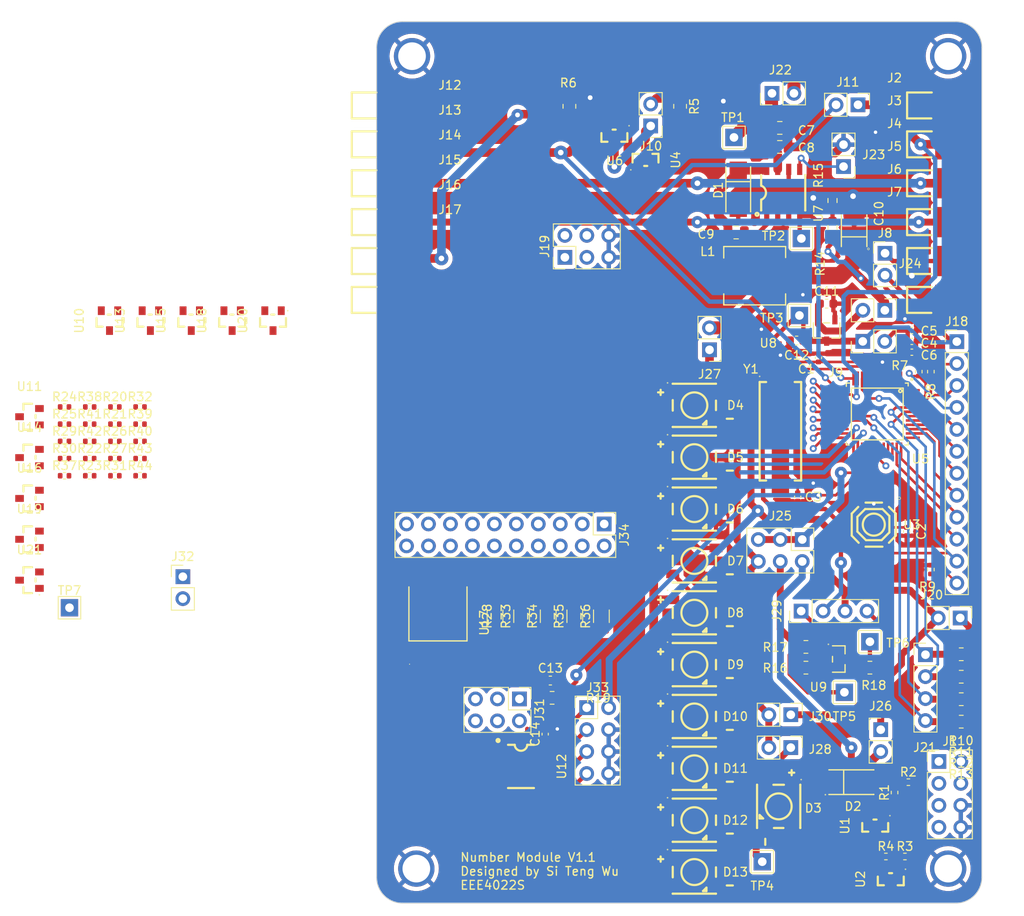
<source format=kicad_pcb>
(kicad_pcb (version 20221018) (generator pcbnew)
  (layers (0 "F.Cu" signal) (31 "B.Cu" signal) (34 "B.Paste" user) (35 "F.Paste" user) (36 "B.SilkS" user "B.Silkscreen") (37 "F.SilkS" user "F.Silkscreen") (38 "B.Mask" user) (39 "F.Mask" user) (44 "Edge.Cuts" user))
  (net 0 "")
  (net 1 "/RGB LEDs/Level")
  (net 2 "Net-(J22-Pin_1)")
  (net 3 "Net-(J29-Pin_1)")
  (net 4 "/3V3")
  (net 5 "/RGB LEDs/DIN")
  (net 6 "GND")
  (net 7 "/LED Driver/-ve")
  (net 8 "Net-(U10-G)")
  (net 9 "/PA4")
  (net 10 "/PA7")
  (net 11 "/I2C_PUR")
  (net 12 "/TIM1_CH2")
  (net 13 "/PB12")
  (net 14 "Net-(U16-G)")
  (net 15 "/PB13")
  (net 16 "Net-(U15-G)")
  (net 17 "Net-(U13-G)")
  (net 18 "/PB11")
  (net 19 "Net-(J10-Pin_2)")
  (net 20 "/PA6")
  (net 21 "/TIM3_CH1")
  (net 22 "/TIM3_CH2")
  (net 23 "/TIM3_CH3")
  (net 24 "/TIM3_CH4")
  (net 25 "Net-(U11-G)")
  (net 26 "Net-(U20-G)")
  (net 27 "/PB10")
  (net 28 "/PC6")
  (net 29 "/PA5")
  (net 30 "/I2C1_SDA")
  (net 31 "/I2C1_SCL")
  (net 32 "/5V")
  (net 33 "/NRST")
  (net 34 "/USART2_Tx")
  (net 35 "Net-(J10-Pin_1)")
  (net 36 "Net-(U21-G)")
  (net 37 "/PC7")
  (net 38 "Net-(J1-Pin_7)")
  (net 39 "Net-(J1-Pin_5)")
  (net 40 "Net-(D1-K)")
  (net 41 "Net-(D2-K)")
  (net 42 "Net-(D2-A)")
  (net 43 "/VR{slash}B")
  (net 44 "/USART2_Rx")
  (net 45 "/TIM1_CH1")
  (net 46 "Net-(J14-Pin_1)")
  (net 47 "/SWDIO")
  (net 48 "/SWDCLK{slash}BOOT")
  (net 49 "/PDO")
  (net 50 "Net-(J1-Pin_2)")
  (net 51 "/PD1")
  (net 52 "Net-(J1-Pin_4)")
  (net 53 "Net-(D10-VDD)")
  (net 54 "Net-(D7-DOUT)")
  (net 55 "Net-(D4-DOUT)")
  (net 56 "Net-(D10-DIN)")
  (net 57 "Net-(D6-DOUT)")
  (net 58 "Net-(D10-DOUT)")
  (net 59 "Net-(D11-DOUT)")
  (net 60 "Net-(D12-DOUT)")
  (net 61 "Net-(D3-DOUT)")
  (net 62 "/RGB LEDs/Cheese")
  (net 63 "/LED Driver/LED1")
  (net 64 "/LED Driver/main_col")
  (net 65 "/LED Driver/LED5")
  (net 66 "/LED Driver/LED0")
  (net 67 "/LED Driver/LED9")
  (net 68 "/LED Driver/LED4")
  (net 69 "/LED Driver/LED8")
  (net 70 "/LED Driver/LED3")
  (net 71 "/LED Driver/LED7")
  (net 72 "/LED Driver/LED2")
  (net 73 "/LED Driver/LED6")
  (net 74 "/VCC")
  (net 75 "Net-(J6-Pin_1)")
  (net 76 "Net-(D5-DOUT)")
  (net 78 "Net-(D8-DOUT)")
  (net 79 "/PB2")
  (net 80 "/PB14")
  (net 81 "Net-(J30-Pin_1)")
  (net 82 "Net-(J20-Pin_1)")
  (net 83 "Net-(J29-Pin_4)")
  (net 84 "Net-(J16-Pin_1)")
  (net 85 "/PD2")
  (net 86 "Net-(J24-Pin_2)")
  (net 87 "/PD3")
  (net 88 "Net-(J23-Pin_1)")
  (net 89 "/LED Driver/1OUT")
  (net 90 "Net-(U9-S)")
  (net 91 "Net-(U7-VSENSE)")
  (net 92 "Net-(U19-G)")
  (net 93 "Net-(U18-G)")
  (net 94 "Net-(U2-G)")
  (net 95 "Net-(U1-G)")
  (net 96 "Net-(U14-G)")
  (net 97 "Net-(J18-Pin_12)")
  (net 101 "Net-(U5-PF0-OSC_IN)")
  (net 102 "Net-(U5-PF1-OSC_OUT)")
  (net 112 "Net-(U7-BOOT)")
  (net 115 "Net-(J31-Pin_2)")
  (net 116 "Net-(J33-Pin_7)")
  (net 117 "Net-(J33-Pin_5)")
  (net 118 "Net-(J33-Pin_3)")
  (net 119 "Net-(J33-Pin_1)")
  (net 120 "Net-(J31-Pin_6)")
  (net 121 "Net-(J31-Pin_4)")
  (net 122 "Net-(J31-Pin_1)")
  (net 123 "/PA1")
  (footprint "Library:SOT-23_L2.9-W1.3-P1.90-LS2.4-BR" (layer "F.Cu") (at 175.363443 142.225051 90)
    (fp_text reference "U2")
    (fp_text value "AO3401A")
  )
  (footprint "Resistor_SMD:R_0402_1005Metric" (layer "F.Cu") (at 82.73 95.545)
    (fp_text reference "R23")
    (fp_text value "1k")
  )
  (footprint "Library:SOT-23_L2.9-W1.3-P1.90-LS2.4-BR" (layer "F.Cu") (at 99.2 77.6 90)
    (fp_text reference "U18")
    (fp_text value "AO3401A")
  )
  (footprint "Connector_PinHeader_2.54mm:PinHeader_1x04_P2.54mm_Vertical" (layer "F.Cu") (at 179.375 116.25)
    (fp_text reference "J21")
    (fp_text value "Conn_01x04_Pin")
  )
  (footprint "Resistor_SMD:R_0402_1005Metric" (layer "F.Cu") (at 88.55 93.555)
    (fp_text reference "R43")
    (fp_text value "100k")
  )
  (footprint "Resistor_SMD:R_0402_1005Metric" (layer "F.Cu") (at 79.82 95.545)
    (fp_text reference "R37")
    (fp_text value "100k")
  )
  (footprint "Library:CONN-SMD_YZF0002-38080-02" (layer "F.Cu") (at 183 75.2)
    (fp_text reference "J7")
    (fp_text value "GND")
  )
  (footprint "Resistor_SMD:R_0805_2012Metric" (layer "F.Cu") (at 151 52.8 -90)
    (fp_text reference "R5")
    (fp_text value "1k")
  )
  (footprint "Resistor_SMD:R_0402_1005Metric" (layer "F.Cu") (at 85.64 93.555)
    (fp_text reference "R27")
    (fp_text value "1k")
  )
  (footprint "Resistor_SMD:R_1206_3216Metric" (layer "F.Cu") (at 132.675 111.8 90)
    (fp_text reference "R33")
    (fp_text value "100")
  )
  (footprint "Connector_PinHeader_2.54mm:PinHeader_1x02_P2.54mm_Vertical" (layer "F.Cu") (at 161.625102 51.299898 90)
    (fp_text reference "J22")
    (fp_text value "Conn_01x02_Pin")
  )
  (footprint "Resistor_SMD:R_0402_1005Metric" (layer "F.Cu") (at 79.82 91.565)
    (fp_text reference "R29")
    (fp_text value "100k")
  )
  (footprint "Resistor_SMD:R_0805_2012Metric" (layer "F.Cu") (at 165.550038 115.349962 180)
    (fp_text reference "R16")
    (fp_text value "1k")
  )
  (footprint "Connector_PinHeader_2.54mm:PinHeader_1x02_P2.54mm_Vertical" (layer "F.Cu") (at 171.575 52.625 -90)
    (fp_text reference "J11")
    (fp_text value "Conn_01x02_Pin")
  )
  (footprint "Library:CONN-SMD_YZF0002-38080-02" (layer "F.Cu") (at 118.788494 61.7)
    (fp_text reference "J14")
    (fp_text value "RX")
  )
  (footprint "Capacitor_SMD:C_0603_1608Metric" (layer "F.Cu") (at 136 119.241443)
    (fp_text reference "C13")
    (fp_text value "1uF")
  )
  (footprint "Library:CONN-SMD_YZF0002-38080-02" (layer "F.Cu") (at 118.788494 75.2)
    (fp_text reference "J17")
    (fp_text value "GND")
  )
  (footprint "Connector_PinHeader_2.54mm:PinHeader_1x02_P2.54mm_Vertical" (layer "F.Cu") (at 93.5 107.225)
    (fp_text reference "J32")
    (fp_text value "Conn_01x02_Pin")
  )
  (footprint "Resistor_SMD:R_0402_1005Metric" (layer "F.Cu") (at 88.55 89.575)
    (fp_text reference "R39")
    (fp_text value "100k")
  )
  (footprint "Connector_PinHeader_2.54mm:PinHeader_1x02_P2.54mm_Vertical" (layer "F.Cu") (at 174.675 76.4 -90)
    (fp_text reference "J24")
    (fp_text value "Conn_01x02_Pin")
  )
  (footprint "Library:MountingHole_3.2mm_M3_Pad_TopBottom" (layer "F.Cu") (at 120 47)
    (fp_text reference "H1" hide)
    (fp_text value "M3")
  )
  (footprint "Library:SMA_L4.3-W2.6-LS5.2-RD" (layer "F.Cu") (at 157.725286 62.4 -90)
    (fp_text reference "D1")
    (fp_text value "SS34")
  )
  (footprint "Library:SOT-23_L2.9-W1.3-P1.90-LS2.4-BR" (layer "F.Cu") (at 94.472886 77.6 90)
    (fp_text reference "U15")
    (fp_text value "AO3401A")
  )
  (footprint "Connector_PinHeader_2.54mm:PinHeader_1x02_P2.54mm_Vertical" (layer "F.Cu") (at 163.8 127 -90)
    (fp_text reference "J28")
    (fp_text value "Conn_01x02_Pin")
  )
  (footprint "Library:SOT-23_L2.9-W1.3-P1.90-LS2.4-BR" (layer "F.Cu") (at 75.76514 107.625456)
    (fp_text reference "U21")
    (fp_text value "AO3401A")
  )
  (footprint "Library:MountingHole_3.2mm_M3_Pad_TopBottom" (layer "F.Cu") (at 182 47)
    (fp_text reference "H2" hide)
    (fp_text value "M3")
  )
  (footprint "Library:ESOP-8_L4.9-W3.9-P1.27-LS6.0-TL-EP" (layer "F.Cu") (at 162.925286 62.794856 90)
    (fp_text reference "U7")
    (fp_text value "TPS5430DDAR")
  )
  (footprint "Connector_PinHeader_2.54mm:PinHeader_2x03_P2.54mm_Vertical" (layer "F.Cu") (at 137.675 70.275 90)
    (fp_text reference "J19")
    (fp_text value "Conn_02x03_Odd_Even")
  )
  (footprint "Resistor_SMD:R_0402_1005Metric" (layer "F.Cu") (at 85.64 89.575)
    (fp_text reference "R21")
    (fp_text value "1k")
  )
  (footprint "Library:LED-SMD_4P-L5.0-W5.0-BL_XL-5050RGBC" (layer "F.Cu") (at 152.65 111.399619 -90)
    (fp_text reference "D8")
    (fp_text value "WS2812B")
  )
  (footprint "Resistor_SMD:R_1206_3216Metric" (layer "F.Cu") (at 141.9 111.8 90)
    (fp_text reference "R36")
    (fp_text value "100")
  )
  (footprint "Library:LED-SMD_4P-L5.0-W5.0-BL_XL-5050RGBC" (layer "F.Cu") (at 152.65 105.399619 -90)
    (fp_text reference "D7")
    (fp_text value "WS2812B")
  )
  (footprint "Connector_PinHeader_2.54mm:PinHeader_1x02_P2.54mm_Vertical" (layer "F.Cu") (at 174.7 69.8)
    (fp_text reference "J8")
    (fp_text value "Conn_01x02_Pin")
  )
  (footprint "Resistor_SMD:R_1206_3216Metric" (layer "F.Cu") (at 138.825 111.8 90)
    (fp_text reference "R35")
    (fp_text value "100")
  )
  (footprint "Library:TestPoint_THTPad_2.0x2.0mm_Drill1.0mm" (layer "F.Cu") (at 164.8 77)
    (fp_text reference "TP3")
    (fp_text value "TestPoint")
  )
  (footprint "Library:CONN-SMD_YZF0002-38080-02" (layer "F.Cu") (at 118.788494 66.2)
    (fp_text reference "J15")
    (fp_text value "CFG")
  )
  (footprint "Library:IND-SMD_L7.3-W6.6_MHCI06030" (layer "F.Cu") (at 159.625286 72.4)
    (fp_text reference "L1")
    (fp_text value "22uH")
  )
  (footprint "Connector_PinHeader_2.54mm:PinHeader_1x02_P2.54mm_Vertical" (layer "F.Cu") (at 154.4 80.975 180)
    (fp_text reference "J27")
    (fp_text value "Conn_01x02_Pin")
  )
  (footprint "Library:LED-SMD_4P-L5.0-W5.0-BL_XL-5050RGBC" (layer "F.Cu") (at 152.65 129.399619 -90)
    (fp_text reference "D11")
    (fp_text value "WS2812B")
  )
  (footprint "Resistor_SMD:R_0402_1005Metric" (layer "F.Cu") (at 79.82 93.555)
    (fp_text reference "R30")
    (fp_text value "1k")
  )
  (footprint "Library:SOT-23_L2.9-W1.3-P1.90-LS2.4-BR" (layer "F.Cu") (at 75.76514 98.171228)
    (fp_text reference "U16")
    (fp_text value "AO3401A")
  )
  (footprint "Resistor_SMD:R_1206_3216Metric" (layer "F.Cu") (at 129.6 111.8 90)
    (fp_text reference "R28")
    (fp_text value "100")
  )
  (footprint "Library:SMA_L4.3-W2.6-LS5.2-RD" (layer "F.Cu") (at 170.8 131)
    (fp_text reference "D2")
    (fp_text value "M7")
  )
  (footprint "Connector_PinHeader_2.54mm:PinHeader_1x02_P2.54mm_Vertical" (layer "F.Cu") (at 172.125 80 90)
    (fp_text reference "J9")
    (fp_text value "Conn_01x02_Pin")
  )
  (footprint "Capacitor_SMD:C_0805_2012Metric" (layer "F.Cu") (at 162.530106 55.3)
    (fp_text reference "C7")
    (fp_text value "4.7uF")
  )
  (footprint "Library:LED-SMD_4P-L5.0-W5.0-BL_XL-5050RGBC" (layer "F.Cu") (at 152.65 117.399619 -90)
    (fp_text reference "D9")
    (fp_text value "WS2812B")
  )
  (footprint "Library:LED-SMD_4P-L5.0-W5.0-BL_XL-5050RGBC" (layer "F.Cu") (at 152.65 99.399619 -90)
    (fp_text reference "D6")
    (fp_text value "WS2812B")
  )
  (footprint "Library:SOT-23_L2.9-W1.3-P1.90-LS2.4-BR" (layer "F.Cu") (at 89.745772 77.6 90)
    (fp_text reference "U13")
    (fp_text value "AO3401A")
  )
  (footprint "Resistor_SMD:R_0402_1005Metric" (layer "F.Cu") (at 82.73 87.585)
    (fp_text reference "R38")
    (fp_text value "1k")
  )
  (footprint "Library:SOT-23_L2.9-W1.3-P1.90-LS2.4-BR" (layer "F.Cu") (at 85.018658 77.6 90)
    (fp_text reference "U10")
    (fp_text value "AO3401A")
  )
  (footprint "Connector_PinHeader_2.54mm:PinHeader_1x02_P2.54mm_Vertical" (layer "F.Cu") (at 169.9 59.775 180)
    (fp_text reference "J23")
    (fp_text value "Conn_01x02_Pin")
  )
  (footprint "Library:SOT-23_L2.9-W1.3-P1.90-LS2.4-BR" (layer "F.Cu") (at 75.76514 93.444114)
    (fp_text reference "U14")
    (fp_text value "AO3401A")
  )
  (footprint "Resistor_SMD:R_0805_2012Metric" (layer "F.Cu") (at 183.5125 121.4 180)
    (fp_text reference "R12")
    (fp_text value "4.7k")
  )
  (footprint "Resistor_SMD:R_1206_3216Metric" (layer "F.Cu") (at 135.75 111.8 90)
    (fp_text reference "R34")
    (fp_text value "100")
  )
  (footprint "Resistor_SMD:R_0402_1005Metric" (layer "F.Cu") (at 180 83.5 -90)
    (fp_text reference "R8")
    (fp_text value "10k")
  )
  (footprint "Capacitor_SMD:C_0805_2012Metric" (layer "F.Cu") (at 162.530106 57.5)
    (fp_text reference "C8")
    (fp_text value "4.7uF")
  )
  (footprint "Resistor_SMD:R_0402_1005Metric" (layer "F.Cu") (at 177 139.600001)
    (fp_text reference "R3")
    (fp_text value "1k")
  )
  (footprint "Library:CONN-SMD_YZF0002-38080-02" (layer "F.Cu") (at 118.788494 52.7)
    (fp_text reference "J12")
    (fp_text value "VCC")
  )
  (footprint "Library:CONN-SMD_YZF0002-38080-02" (layer "F.Cu") (at 183 52.7)
    (fp_text reference "J2")
    (fp_text value "VCC")
  )
  (footprint "Resistor_SMD:R_0402_1005Metric" (layer "F.Cu") (at 88.55 95.545)
    (fp_text reference "R44")
    (fp_text value "1k")
  )
  (footprint "Library:LED-SMD_4P-L5.0-W5.0-BL_XL-5050RGBC" (layer "F.Cu") (at 152.65 93.399619 -90)
    (fp_text reference "D5")
    (fp_text value "WS2812B")
  )
  (footprint "Resistor_SMD:R_0805_2012Metric" (layer "F.Cu") (at 183.5125 124 180)
    (fp_text reference "R13")
    (fp_text value "4.7k")
  )
  (footprint "Library:MountingHole_3.2mm_M3_Pad_TopBottom" (layer "F.Cu") (at 182 141)
    (fp_text reference "H4" hide)
    (fp_text value "M3")
  )
  (footprint "Library:CONN-SMD_YZF0002-38080-02" (layer "F.Cu") (at 183 57.2)
    (fp_text reference "J3")
    (fp_text value "TX")
  )
  (footprint "Library:SOT-23_L2.9-W1.3-P1.90-LS2.4-BR" (layer "F.Cu") (at 143.4 56.2 90)
    (fp_text reference "U6")
    (fp_text value "AO3401A")
  )
  (footprint "Resistor_SMD:R_0402_1005Metric" (layer "F.Cu") (at 175.8 132.2 90)
    (fp_text reference "R1")
    (fp_text value "100k")
  )
  (footprint "Library:SOT-23-3_L2.9-W1.3-P1.90-LS2.4-BR" (layer "F.Cu") (at 169.350038 116.749962 180)
    (fp_text reference "U9")
    (fp_text value "2N7002")
  )
  (footprint "Library:SOT-23_L2.9-W1.3-P1.90-LS2.4-BR" (layer "F.Cu") (at 147 59 -90)
    (fp_text reference "U4")
    (fp_text value "AO3401A")
  )
  (footprint "Resistor_SMD:R_0402_1005Metric" (layer "F.Cu") (at 177.4 131)
    (fp_text reference "R2")
    (fp_text value "1k")
  )
  (footprint "Library:MJD44 NPN" (layer "F.Cu") (at 123 113.304448 -90)
    (fp_text reference "U17")
    (fp_text value "MJD44H11J")
  )
  (footprint "Library:CONN-SMD_YZF0002-38080-02" (layer "F.Cu") (at 118.788494 57.2)
    (fp_text reference "J13")
    (fp_text value "TX")
  )
  (footprint "Library:SOT-23_L2.9-W1.3-P1.90-LS2.4-BR" (layer "F.Cu") (at 75.76514 102.898342)
    (fp_text reference "U19")
    (fp_text value "AO3401A")
  )
  (footprint "Connector_PinHeader_2.54mm:PinHeader_1x04_P2.54mm_Vertical" (layer "F.Cu") (at 165 111.2 90)
    (fp_text reference "J29")
    (fp_text value "Conn_01x04_Pin")
  )
  (footprint "Library:CAP-SMD_L3.5-W2.8" (layer "F.Cu") (at 171.125286 67.2 -90)
    (fp_text reference "C10")
    (fp_text value "220uF")
  )
  (footprint "Library:SOT-23_L2.9-W1.3-P1.90-LS2.4-BR" (layer "F.Cu") (at 173.563443 136.02505 90)
    (fp_text reference "U1")
    (fp_text value "AO3401A")
  )
  (footprint "Library:TestPoint_THTPad_2.0x2.0mm_Drill1.0mm" (layer "F.Cu") (at 165.025286 68.094856 180)
    (fp_text reference "TP2")
    (fp_text value "TestPoint")
  )
  (footprint "Resistor_SMD:R_0402_1005Metric" (layer "F.Cu") (at 85.64 91.565)
    (fp_text reference "R26")
    (fp_text value "100k")
  )
  (footprint "Library:LED-SMD_4P-L5.0-W5.0-BL_XL-5050RGBC" (layer "F.Cu") (at 152.65 87.399619 -90)
    (fp_text reference "D4")
    (fp_text value "WS2812B")
  )
  (footprint "Resistor_SMD:R_0805_2012Metric" (layer "F.Cu") (at 172.950038 117.749962)
    (fp_text reference "R18")
    (fp_text value "1k")
  )
  (footprint "Library:CONN-SMD_YZF0002-38080-02" (layer "F.Cu") (at 183 61.7)
    (fp_text reference "J4")
    (fp_text value "RX")
  )
  (footprint "Resistor_SMD:R_0402_1005Metric" (layer "F.Cu") (at 82.73 91.565)
    (fp_text reference "R42")
    (fp_text value "1k")
  )
  (footprint "Capacitor_SMD:C_0402_1005Metric" (layer "F.Cu") (at 177.8 81.25)
    (fp_text reference "C6")
    (fp_text value "0.1uF")
  )
  (footprint "Capacitor_SMD:C_0402_1005Metric" (layer "F.Cu") (at 135.4 125.441443 90)
    (fp_text reference "C14")
    (fp_text value "0.1uF")
  )
  (footprint "Library:LED-SMD_4P-L5.0-W5.0-BL_XL-5050RGBC" (layer "F.Cu") (at 152.65 141.399619 -90)
    (fp_text reference "D13")
    (fp_text value "WS2812B")
  )
  (footprint "Capacitor_SMD:C_0402_1005Metric" (layer "F.Cu") (at 167 81.9 90)
    (fp_text reference "C1")
    (fp_text value "10pF")
  )
  (footprint "Library:CONN-SMD_YZF0002-38080-02" (layer "F.Cu") (at 118.788494 70.7)
    (fp_text reference "J16")
    (fp_text value "SEL")
  )
  (footprint "Connector_PinHeader_2.54mm:PinHeader_2x04_P2.54mm_Vertical" (layer "F.Cu") (at 140.2 122.38)
    (fp_text reference "J33")
    (fp_text value "Conn_02x04_Odd_Even")
  )
  (footprint "Library:TestPoint_THTPad_2.0x2.0mm_Drill1.0mm" (layer "F.Cu") (at 80.39 110.815)
    (fp_text reference "TP7")
    (fp_text value "TestPoint")
  )
  (footprint "Capacitor_SMD:C_0805_2012Metric" (layer "F.Cu") (at 157.480106 67.4)
    (fp_text reference "C9")
    (fp_text value "10nF")
  )
  (footprint "Resistor_SMD:R_0402_1005Metric" (layer "F.Cu") (at 85.64 95.545)
    (fp_text reference "R31")
    (fp_text value "100k")
  )
  (footprint "Resistor_SMD:R_0402_1005Metric" (layer "F.Cu") (at 79.82 89.575)
    (fp_text reference "R25")
    (fp_text value "1k")
  )
  (footprint "Capacitor_SMD:C_0603_1608Metric" (layer "F.Cu") (at 164.48 79.9 180)
    (fp_text reference "C12")
    (fp_text value "1uF")
  )
  (footprint "Library:TestPoint_THTPad_2.0x2.0mm_Drill1.0mm" (layer "F.Cu") (at 157.230106 56.4 180)
    (fp_text reference "TP1")
    (fp_text value "TestPoint")
  )
  (footprint "Resistor_SMD:R_0805_2012Metric" (layer "F.Cu") (at 165.550038 117.749962)
    (fp_text reference "R17")
    (fp_text value "1k")
  )
  (footprint "Library:LQFP-48_L7.0-W7.0-P0.50-LS9.0-BL_1" (layer "F.Cu") (at 173.8 88.4 180)
    (fp_text reference "U5")
    (fp_text value "STM32G030C8T6")
  )
  (footprint "Library:CONN-SMD_YZF0002-38080-02" (layer "F.Cu") (at 183 66.2)
    (fp_text reference "J5")
    (fp_text value "CFG")
  )
  (footprint "Resistor_SMD:R_0402_1005Metric" (layer "F.Cu") (at 88.55 91.565)
    (fp_text reference "R40")
    (fp_text value "1k")
  )
  (footprint "Connector_PinHeader_2.54mm:PinHeader_2x04_P2.54mm_Vertical" (layer "F.Cu") (at 180.925 128.6)
    (fp_text reference "J1")
    (fp_text value "Conn_02x04_Odd_Even")
  )
  (footprint "Capacitor_SMD:C_0402_1005Metric" (layer "F.Cu") (at 177.8 80)
    (fp_text reference "C4")
    (fp_text value "0.1uF")
  )
  (footprint "Library:XC6206" (layer "F.Cu") (at 167.949962 78.735077 90)
    (fp_text reference "U8")
    (fp_text value "XC6206P332MR")
  )
  (footprint "Resistor_SMD:R_0402_1005Metric" (layer "F.Cu") (at 174.8 139.600001)
    (fp_text reference "R4")
    (fp_text value "100k")
  )
  (footprint "Resistor_SMD:R_0805_2012Metric" (layer "F.Cu") (at 138.2 52.8 90)
    (fp_text reference "R6")
    (fp_text value "4.7k")
  )
  (footprint "Capacitor_SMD:C_0402_1005Metric" (layer "F.Cu") (at 164.6 98 -90)
    (fp_text reference "C3")
    (fp_text value "10pF")
  )
  (footprint "Library:SOT-23_L2.9-W1.3-P1.90-LS2.4-BR" (layer "F.Cu") (at 103.927114 77.6 90)
    (fp_text reference "U20")
    (fp_text value "AO3401A")
  )
  (footprint "Capacitor_SMD:C_0603_1608Metric" (layer "F.Cu") (at 167.949962 75.635077)
    (fp_text reference "C11")
    (fp_text value "1uF")
  )
  (footprint "Connector_PinHeader_2.54mm:PinHeader_2x03_P2.54mm_Vertical" (layer "F.Cu") (at 165.125 102.925 -90)
    (fp_text reference "J25")
    (fp_text value "Conn_02x03_Odd_Even")
  )
  (footprint "Resistor_SMD:R_0402_1005Metric" (layer "F.Cu") (at 82.73 89.575)
    (fp_text reference "R41")
    (fp_text value "100k")
  )
  (footprint "Library:LED-SMD_4P-L5.0-W5.0-BL_XL-5050RGBC" (layer "F.Cu") (at 152.65 135.399619 -90)
    (fp_text reference "D12")
    (fp_text value "WS2812B")
  )
  (footprint "Connector_PinHeader_2.54mm:PinHeader_1x02_P2.54mm_Vertical" (layer "F.Cu") (at 183.3925 112 -90)
    (fp_text reference "J20")
    (fp_text value "Conn_01x02_Pin")
  )
  (footprint "Resistor_SMD:R_0402_1005Metric" (layer "F.Cu") (at 180 106.4 -90)
    (fp_text reference "R9")
    (fp_text value "10k")
  )
  (footprint "Connector_PinHeader_2.54mm:PinHeader_1x02_P2.54mm_Vertical" (layer "F.Cu") (at 174.2 124.925)
    (fp_text reference "J26")
    (fp_text value "Conn_01x02_Pin")
  )
  (footprint "Connector_PinHeader_2.54mm:PinHeader_1x12_P2.54mm_Vertical" (layer "F.Cu") (at 183 80.025)
    (fp_text reference "J18")
    (fp_text value "Conn_01x12_Pin")
  )
  (footprint "Library:CRYSTAL-SMD_L11.5-W4.8-LS12.7" (layer "F.Cu") (at 162.6 90.4 -90)
    (fp_text reference "Y1")
    (fp_text value "Crystal")
  )
  (footprint "Library:TestPoint_THTPad_2.0x2.0mm_Drill1.0mm" (layer "F.Cu") (at 160.5 140.2 -90)
    (fp_text reference "TP4")
    (fp_text value "TestPoint")
  )
  (footprint "Library:TestPoint_THTPad_2.0x2.0mm_Drill1.0mm" (layer "F.Cu") (at 172.950038 114.749962)
    (fp_text reference "TP6")
    (fp_text value "TestPoint")
  )
  (footprint "Resistor_SMD:R_0805_2012Metric" (layer "F.Cu") (at 136.2 121.241443)
    (fp_text reference "R19")
    (fp_text value "10k")
  )
  (footprint "Capacitor_SMD:C_0402_1005Metric" (layer "F.Cu") (at 177.8 78.75)
    (fp_text reference "C5")
    (fp_text value "4.7uF")
  )
  (footprint "Library:SW-SMD_4P-L5.1-W5.1-P3.70-LS6.5-TL-2" (layer "F.Cu") (at 173.4 101.2 -90)
    (fp_text reference "U3")
    (fp_text value "TS-1187A-B-A-B")
  )
  (footprint "Resistor_SMD:R_0805_2012Metric" (layer "F.Cu") (at 183.5125 116.2 180)
    (fp_text reference "R10")
    (fp_text value "4.7k")
  )
  (footprint "Resistor_SMD:R_0805_2012Metric" (layer "F.Cu") (at 183.5125 118.8 180)
    (fp_text reference "R11")
    (fp_text value "4.7k")
  )
  (footprint "Library:LED-SMD_4P-L5.0-W5.0-BL_XL-5050RGBC" (layer "F.Cu") (at 162.4 133.8 180)
    (fp_text reference "D3")
    (fp_text value "WS2812B")
  )
  (footprint "Connector_PinHeader_2.54mm:PinHeader_2x03_P2.54mm_Vertical" (layer "F.Cu") (at 132.419895 121.366443 -90)
    (fp_text reference "J31")
    (fp_text value "Conn_02x03_Odd_Even")
  )
  (footprint "Resistor_SMD:R_0402_1005Metric" (layer "F.Cu") (at 82.73 93.555)
    (fp_text reference "R22")
    (fp_text value "100k")
  )
  (footprint "Library:LED-SMD_4P-L5.0-W5.0-BL_XL-5050RGBC" (layer "F.Cu") (at 152.65 123.399619 -90)
    (fp_text reference "D10")
    (fp_text value "WS2812B")
  )
  (footprint "Library:Dual LM358" (layer "F.Cu") (at 132.6 129.178 -90)
    (fp_text reference "U12")
    (fp_text value "LM358DR2G")
  )
  (footprint "Resistor_SMD:R_0402_1005Metric" (layer "F.Cu") (at 79.82 87.585)
    (fp_text reference "R24")
    (fp_text value "100k")
  )
  (footprint "Resistor_SMD:R_0402_1005Metric" (layer "F.Cu") (at 88.55 87.585)
    (fp_text reference "R32")
    (fp_text value "1k")
  )
  (footprint "Library:SOT-23_L2.9-W1.3-P1.90-LS2.4-BR" (layer "F.Cu") (at 75.76514 88.717)
    (fp_text reference "U11")
    (fp_text value "AO3401A")
  )
  (footprint "Library:MountingHole_3.2mm_M3_Pad_TopBottom" (layer "F.Cu") (at 120.5 141)
    (fp_text reference "H3" hide)
    (fp_text value "M3")
  )
  (footprint "Connector_PinHeader_2.54mm:PinHeader_2x10_P2.54mm_Vertical" (layer "F.Cu") (at 142.225 101.125 -90)
    (fp_text reference "J34")
    (fp_text value "Conn_02x11_Odd_Even")
  )
  (footprint "Resistor_SMD:R_0402_1005Metric" (layer "F.Cu") (at 85.64 87.585)
    (fp_text reference "R20")
    (fp_text value "100k")
  )
  (footprint "Resistor_SMD:R_0402_1005Metric" (layer "F.Cu") (at 178.6 83.5 -90)
    (fp_text reference "R7")
    (fp_text value "10k")
  )
  (footprint "Capacitor_SMD:C_0402_1005Metric" (layer "F.Cu") (at 177.2 102 -90)
    (fp_text reference "C2")
    (fp_text value "0.1uF")
  )
  (footprint "Library:CONN-SMD_YZF0002-38080-02" (layer "F.Cu") (at 183 70.7)
    (fp_text reference "J6")
    (fp_text value "SEL")
  )
  (footprint "Resistor_SMD:R_0603_1608Metric" (layer "F.Cu") (at 168.625286 66.819856 90)
    (fp_text reference "R14")
    (fp_text value "12k")
  )
  (footprint "Library:TestPoint_THTPad_2.0x2.0mm_Drill1.0mm" (layer "F.Cu") (at 170 120.6)
    (fp_text reference "TP5")
    (fp_text value "TestPoint")
  )
  (footprint "Connector_PinHeader_2.54mm:PinHeader_1x02_P2.54mm_Vertical" (layer "F.Cu") (at 147.6 55.075 180)
    (fp_text reference "J10")
    (fp_text value "Conn_01x02_Pin")
  )
  (footprint "Resistor_SMD:R_0603_1608Metric" (layer "F.Cu") (at 168.625286 63.7 90)
    (fp_text reference "R15")
    (fp_text value "3.9k")
  )
  (footprint "Connector_PinHeader_2.54mm:PinHeader_1x02_P2.54mm_Vertical" (layer "F.Cu") (at 163.8 123.2 -90)
    (fp_text reference "J30")
    (fp_text value "Conn_01x02_Pin")
  )
  (gr_arc (start 118.9 145) (mid 116.77868 144.12132) (end 115.9 142) (stroke (width 0.1)) (layer "Edge.Cuts"))
  (gr_line (start 182.9 145) (end 118.9 145) (stroke (width 0.1)) (layer "Edge.Cuts"))
  (gr_line (start 185.9 46) (end 185.9 142) (stroke (width 0.1)) (layer "Edge.Cuts"))
  (gr_arc (start 115.9 46) (mid 116.77868 43.87868) (end 118.9 43) (stroke (width 0.1)) (layer "Edge.Cuts"))
  (gr_line (start 115.9 142) (end 115.9 46) (stroke (width 0.1)) (layer "Edge.Cuts"))
  (gr_arc (start 185.9 142) (mid 185.02132 144.12132) (end 182.9 145) (stroke (width 0.1)) (layer "Edge.Cuts"))
  (gr_arc (start 182.9 43) (mid 185.02132 43.87868) (end 185.9 46) (stroke (width 0.1)) (layer "Edge.Cuts"))
  (gr_line (start 118.9 43) (end 182.9 43) (stroke (width 0.1)) (layer "Edge.Cuts"))
  (gr_text "Number Module V1.1\nDesigned by Si Teng Wu\nEEE4022S" (at 125.5 143.5) (layer "F.SilkS") (effects (font (size 1 1)) (justify left bottom)))
  (segment (start 165.785127 120.6) (end 170 120.6) (width 0.5) (layer "F.Cu") (net 1))
  (segment (start 163.675038 118.489911) (end 165.785127 120.6) (width 0.5) (layer "F.Cu") (net 1))
  (segment (start 162.585 105.465) (end 162.585 113.297424) (width 0.8) (layer "F.Cu") (net 1))
  (segment (start 164.637538 115.349962) (end 163.675038 116.312462) (width 0.5) (layer "F.Cu") (net 1))
  (segment (start 163.675038 116.312462) (end 163.675038 118.489911) (width 0.5) (layer "F.Cu") (net 1))
  (segment (start 162.585 113.297424) (end 164.637538 115.349962) (width 0.8) (layer "F.Cu") (net 1))
  (segment (start 161.580106 57.5) (end 161.580106 51.344894) (width 1.5) (layer "F.Cu") (net 2))
  (segment (start 162.290285 58.210179) (end 162.290285 60.094958) (width 1) (layer "F.Cu") (net 2))
  (segment (start 161.580106 57.5) (end 162.290285 58.210179) (width 1) (layer "F.Cu") (net 2))
  (segment (start 158.330106 55.3) (end 157.230106 56.4) (width 1.5) (layer "F.Cu") (net 2))
  (segment (start 161.580106 55.3) (end 158.330106 55.3) (width 1.5) (layer "F.Cu") (net 2))
  (segment (start 161.580106 51.344894) (end 161.625102 51.299898) (width 1.5) (layer "F.Cu") (net 2))
  (segment (start 165 111.2) (end 168.350038 114.550038) (width 0.5) (layer "F.Cu") (net 3))
  (segment (start 167.8 115.8) (end 166.462538 117.137462) (width 0.5) (layer "F.Cu") (net 3))
  (segment (start 168.350038 114.550038) (end 168.350038 115.8) (width 0.5) (layer "F.Cu") (net 3))
  (segment (start 166.462538 117.137462) (end 166.462538 117.749962) (width 0.5) (layer "F.Cu") (net 3))
  (segment (start 168.350038 115.8) (end 167.8 115.8) (width 0.5) (layer "F.Cu") (net 3))
  (segment (start 160.4 81.1) (end 160.6 97.8) (width 0.5) (layer "F.Cu") (net 4))
  (segment (start 165.255 79.9) (end 165.255 77.455) (width 0.5) (layer "F.Cu") (net 4))
  (segment (start 165.255 79.9) (end 167.879808 79.9) (width 0.8) (layer "F.Cu") (net 4))
  (segment (start 161.8 99.4) (end 167.8 99.4) (width 0.5) (layer "F.Cu") (net 4))
  (segment (start 160.6 98.2) (end 161.8 99.4) (width 0.5) (layer "F.Cu") (net 4))
  (segment (start 167.879808 79.9) (end 167.949962 79.970154) (width 0.8) (layer "F.Cu") (net 4))
  (segment (start 167.949962 79.970154) (end 172.095154 79.970154) (width 0.8) (layer "F.Cu") (net 4))
  (segment (start 164.8 77) (end 164.5 77) (width 0.5) (layer "F.Cu") (net 4))
  (segment (start 167.8 99.4) (end 169.6 101.2) (width 0.5) (layer "F.Cu") (net 4))
  (segment (start 172.095154 79.970154) (end 172.125 80) (width 0.8) (layer "F.Cu") (net 4))
  (segment (start 164.5 77) (end 160.4 81.1) (width 0.5) (layer "F.Cu") (net 4))
  (segment (start 165.255 77.455) (end 164.8 77) (width 0.5) (layer "F.Cu") (net 4))
  (segment (start 174.7 72.34) (end 182.46 80.1) (width 0.5) (layer "F.Cu") (net 4))
  (segment (start 182.46 80.1) (end 182.9 80.1) (width 0.5) (layer "F.Cu") (net 4))
  (segment (start 160.6 97.8) (end 160.6 98.2) (width 0.5) (layer "F.Cu") (net 4))
  (segment (start 169.6 101.2) (end 169.6 105.6) (width 0.5) (layer "F.Cu") (net 4))
  (via (at 169.6 105.6) (size 1.4) (drill 0.55) (layers "F.Cu" "B.Cu") (net 4))
  (segment (start 177.4 78.4) (end 173.725 78.4) (width 0.5) (layer "B.Cu") (net 4))
  (segment (start 182.9 80.1) (end 179.1 80.1) (width 0.5) (layer "B.Cu") (net 4))
  (segment (start 179.1 80.1) (end 177.4 78.4) (width 0.5) (layer "B.Cu") (net 4))
  (segment (start 169.6 109.14) (end 167.54 111.2) (width 0.5) (layer "B.Cu") (net 4))
  (segment (start 173.725 78.4) (end 172.125 80) (width 0.5) (layer "B.Cu") (net 4))
  (segment (start 169.6 105.6) (end 169.6 109.14) (width 0.5) (layer "B.Cu") (net 4))
  (segment (start 157.6 87.2) (end 157.6 103.02) (width 0.8) (layer "F.Cu") (net 5))
  (segment (start 156.299746 85.899746) (end 157.6 87.2) (width 0.8) (layer "F.Cu") (net 5))
  (segment (start 160.045 105.465) (end 159.195 106.315) (width 0.8) (layer "F.Cu") (net 5))
  (segment (start 159.195 106.315) (end 159.195 121.135) (width 0.8) (layer "F.Cu") (net 5))
  (segment (start 159.195 121.135) (end 161.26 123.2) (width 0.8) (layer "F.Cu") (net 5))
  (segment (start 157.6 103.02) (end 160.045 105.465) (width 0.8) (layer "F.Cu") (net 5))
  (segment (start 161.26 123.2) (end 161.26 127) (width 0.8) (layer "F.Cu") (net 5))
  (segment (start 155.15 85.899746) (end 156.299746 85.899746) (width 0.8) (layer "F.Cu") (net 5))
  (segment (start 167.125 62.675) (end 170.175204 62.675) (width 2.5) (layer "F.Cu") (net 6))
  (segment (start 165.794729 62.794729) (end 166.4 63.4) (width 2.5) (layer "F.Cu") (net 6))
  (segment (start 183 75.2) (end 180.6 75.2) (width 1) (layer "F.Cu") (net 6))
  (segment (start 163.705 80.495) (end 162.6 81.6) (width 0.8) (layer "F.Cu") (net 6))
  (segment (start 157.725286 64.599898) (end 159.530455 62.794729) (width 2) (layer "F.Cu") (net 6))
  (segment (start 166.594729 62.794729) (end 166.6 62.8) (width 2) (layer "F.Cu") (net 6))
  (segment (start 163.480106 55.3) (end 163.480106 57.5) (width 1) (layer "F.Cu") (net 6))
  (segment (start 171 63.499796) (end 171 63.2) (width 2) (layer "F.Cu") (net 6))
  (segment (start 163 62.8) (end 163.005271 62.794729) (width 2) (layer "F.Cu") (net 6))
  (segment (start 170.700204 63.2) (end 170.300102 62.799898) (width 2) (layer "F.Cu") (net 6))
  (segment (start 166.500102 58.200102) (end 168.934898 58.200102) (width 1) (layer "F.Cu") (net 6))
  (segment (start 163.560287 62.159728) (end 162.925286 62.794729) (width 0.5) (layer "F.Cu") (net 6))
  (segment (start 167 81.42) (end 172.12387 81.42) (width 0.3) (layer "F.Cu") (net 6))
  (segment (start 169.355083 62.799898) (end 170.300102 62.799898) (width 2) (layer "F.Cu") (net 6))
  (segment (start 163.560287 60.094958) (end 163.560287 62.159728) (width 0.5) (layer "F.Cu") (net 6))
  (segment (start 166.605271 62.794729) (end 169.349914 62.794729) (width 2) (layer "F.Cu") (net 6))
  (segment (start 162.925286 62.794729) (end 165.794729 62.794729) (width 2.5) (layer "F.Cu") (net 6))
  (segment (start 171.100102 63.599898) (end 171 63.499796) (width 2) (layer "F.Cu") (net 6))
  (segment (start 166.4 63.4) (end 166.500102 62.794729) (width 2) (layer "F.Cu") (net 6))
  (segment (start 173.550064 82.846194) (end 173.550064 84.290018) (width 0.3) (layer "F.Cu") (net 6))
  (segment (start 171 63.2) (end 170.700204 63.2) (width 2) (layer "F.Cu") (net 6))
  (segment (start 166.500102 62.794729) (end 166.594729 62.794729) (width 2) (layer "F.Cu") (net 6))
  (segment (start 164.2 62.8) (end 164.205271 62.794729) (width 2) (layer "F.Cu") (net 6))
  (segment (start 169.349914 62.794729) (end 169.355083 62.799898) (width 2) (layer "F.Cu") (net 6))
  (segment (start 163.480106 57.5) (end 165.8 57.5) (width 1) (layer "F.Cu") (net 6))
  (segment (start 161.794729 62.794729) (end 161.8 62.8) (width 2) (layer "F.Cu") (net 6))
  (segment (start 170.175204 62.675) (end 171.125286 63.625082) (width 2.5) (layer "F.Cu") (net 6))
  (segment (start 166.500102 58.200102) (end 166.500102 62.794729) (width 1) (layer "F.Cu") (net 6))
  (segment (start 161.8 62.8) (end 161.805271 62.794729) (width 2) (layer "F.Cu") (net 6))
  (segment (start 171.100102 63.599898) (end 171.100102 64.599898) (width 2) (layer "F.Cu") (net 6))
  (segment (start 162.925286 62.794729) (end 162.994729 62.794729) (width 2) (layer "F.Cu") (net 6))
  (segment (start 177.8 72.4) (end 177.6 72.2) (width 0.3) (layer "F.Cu") (net 6))
  (segment (start 162.994729 62.794729) (end 163 62.8) (width 2) (layer "F.Cu") (net 6))
  (segment (start 159.530455 62.794729) (end 161.794729 62.794729) (width 2) (layer "F.Cu") (net 6))
  (segment (start 180.6 75.2) (end 177.8 72.4) (width 1) (layer "F.Cu") (net 6))
  (segment (start 172.12387 81.42) (end 173.550064 82.846194) (width 0.3) (layer "F.Cu") (net 6))
  (segment (start 164.194729 62.794729) (end 164.2 62.8) (width 2) (layer "F.Cu") (net 6))
  (segment (start 166.6 62.8) (end 166.605271 62.794729) (width 2) (layer "F.Cu") (net 6))
  (segment (start 171.125286 63.625082) (end 171.125286 65.396114) (width 2.5) (layer "F.Cu") (net 6))
  (segment (start 163.005271 62.794729) (end 164.194729 62.794729) (width 2) (layer "F.Cu") (net 6))
  (segment (start 166.4 63.4) (end 167.125 62.675) (width 2.5) (layer "F.Cu") (net 6))
  (segment (start 168.934898 58.200102) (end 169.9 57.235) (width 1) (layer "F.Cu") (net 6))
  (segment (start 163.705 79.9) (end 163.705 80.495) (width 0.8) (layer "F.Cu") (net 6))
  (segment (start 165.8 57.5) (end 166.500102 58.200102) (width 1) (layer "F.Cu") (net 6))
  (segment (start 161.805271 62.794729) (end 162.925286 62.794729) (width 2) (layer "F.Cu") (net 6))
  (via (at 177 77.4) (size 0.8) (drill 0.4) (layers "F.Cu" "B.Cu") (net 6))
  (via (at 160.4 78.6) (size 0.8) (drill 0.4) (layers "F.Cu" "B.Cu") (net 6))
  (via (at 173.6 55.8) (size 0.8) (drill 0.4) (layers "F.Cu" "B.Cu") (net 6))
  (via (at 166.4 96.4) (size 0.8) (drill 0.4) (layers "F.Cu" "B.Cu") (net 6))
  (via (at 166.4 63.4) (size 1.6) (drill 0.65) (layers "F.Cu" "B.Cu") (net 6))
  (via (at 136.8 124.841443) (size 0.8) (drill 0.4) (layers "F.Cu" "B.Cu") (net 6))
  (via (at 174.4 82.4) (size 0.8) (drill 0.4) (layers "F.Cu" "B.Cu") (net 6))
  (via (at 165.2 74.6) (size 0.8) (drill 0.4) (layers "F.Cu" "B.Cu") (net 6))
  (via (at 140.6 51.8) (size 1.4) (drill 0.55) (layers "F.Cu" "B.Cu") (net 6))
  (via (at 177.8 72.4) (size 1.6) (drill 0.65) (layers "F.Cu" "B.Cu") (net 6))
  (via (at 173.4 98.8) (size 0.8) (drill 0.4) (layers "F.Cu" "B.Cu") (net 6))
  (via (at 171 63.2) (size 1.6) (drill 0.65) (layers "F.Cu" "B.Cu") (net 6))
  (via (at 156 52.2) (size 1.4) (drill 0.55) (layers "F.Cu" "B.Cu") (net 6))
  (via (at 162.6 81.6) (size 0.8) (drill 0.4) (layers "F.Cu" "B.Cu") (net 6))
  (segment (start 168.449936 86.649936) (end 166.4 84.6) (width 0.3) (layer "F.Cu") (net 9))
  (segment (start 169.690018 86.649936) (end 168.449936 86.649936) (width 0.3) (layer "F.Cu") (net 9))
  (via (at 166.4 84.6) (size 0.8) (drill 0.4) (layers "F.Cu" "B.Cu") (net 9))
  (segment (start 166.69011 88.150064) (end 169.690018 88.150064) (width 0.3) (layer "F.Cu") (net 10))
  (segment (start 166.370023 87.829977) (end 166.69011 88.150064) (width 0.3) (layer "F.Cu") (net 10))
  (via (at 166.370023 87.829977) (size 0.8) (drill 0.4) (layers "F.Cu" "B.Cu") (net 10))
  (segment (start 180 82.99) (end 180.35 82.64) (width 0.3) (layer "F.Cu") (net 11))
  (segment (start 178.6 82.99) (end 180 82.99) (width 0.3) (layer "F.Cu") (net 11))
  (segment (start 180.35 82.64) (end 182.9 82.64) (width 0.3) (layer "F.Cu") (net 11))
  (segment (start 167 97.8) (end 169 97.8) (width 0.3) (layer "F.Cu") (net 12))
  (segment (start 169 97.8) (end 172.373 94.427) (width 0.3) (layer "F.Cu") (net 12))
  (segment (start 139 118.6) (end 139 119.353943) (width 0.5) (layer "F.Cu") (net 12))
  (segment (start 172.386788 94.427) (end 173.049936 93.763852) (width 0.3) (layer "F.Cu") (net 12))
  (segment (start 139 119.353943) (end 137.1125 121.241443) (width 0.5) (layer "F.Cu") (net 12))
  (segment (start 173.049936 93.763852) (end 173.049936 92.509982) (width 0.3) (layer "F.Cu") (net 12))
  (segment (start 172.373 94.427) (end 172.386788 94.427) (width 0.3) (layer "F.Cu") (net 12))
  (via (at 139 118.6) (size 1.4) (drill 0.55) (layers "F.Cu" "B.Cu") (net 12))
  (via (at 167 97.8) (size 0.8) (drill 0.4) (layers "F.Cu" "B.Cu") (net 12))
  (segment (start 139 118.6) (end 139 118.4) (width 0.5) (layer "B.Cu") (net 12))
  (segment (start 139 118.4) (end 159.6 97.8) (width 0.5) (layer "B.Cu") (net 12))
  (segment (start 159.6 97.8) (end 167 97.8) (width 0.5) (layer "B.Cu") (net 12))
  (segment (start 167.649936 91.150064) (end 166.4 92.4) (width 0.3) (layer "F.Cu") (net 13))
  (segment (start 169.690018 91.150064) (end 167.649936 91.150064) (width 0.3) (layer "F.Cu") (net 13))
  (via (at 166.4 92.4) (size 0.8) (drill 0.4) (layers "F.Cu" "B.Cu") (net 13))
  (segment (start 171.049936 90.350064) (end 171.049936 92.509982) (width 0.3) (layer "F.Cu") (net 15))
  (segment (start 171.4 90) (end 171.049936 90.350064) (width 0.3) (layer "F.Cu") (net 15))
  (via (at 171.4 90) (size 0.8) (drill 0.4) (layers "F.Cu" "B.Cu") (net 15))
  (segment (start 171.4 90) (end 168.15 93.25) (width 0.5) (layer "B.Cu") (net 15))
  (segment (start 168.15 93.25) (end 155.15 93.25) (width 0.5) (layer "B.Cu") (net 15))
  (segment (start 169.690018 90.649936) (end 166.950064 90.649936) (width 0.3) (layer "F.Cu") (net 18))
  (segment (start 166.950064 90.649936) (end 166.4 91.2) (width 0.3) (layer "F.Cu") (net 18))
  (via (at 166.4 91.2) (size 0.8) (drill 0.4) (layers "F.Cu" "B.Cu") (net 18))
  (segment (start 151 51.8875) (end 148.2475 51.8875) (width 1) (layer "F.Cu") (net 19))
  (segment (start 148.2475 51.8875) (end 147.6 52.535) (width 1) (layer "F.Cu") (net 19))
  (segment (start 169.690018 87.649936) (end 167.249936 87.649936) (width 0.3) (layer "F.Cu") (net 20))
  (segment (start 167.249936 87.649936) (end 166.4 86.8) (width 0.3) (layer "F.Cu") (net 20))
  (via (at 166.4 86.8) (size 0.8) (drill 0.4) (layers "F.Cu" "B.Cu") (net 20))
  (segment (start 177.909982 88.150064) (end 176.849936 88.150064) (width 0.3) (layer "F.Cu") (net 21))
  (segment (start 176.849936 88.150064) (end 175.4 89.6) (width 0.3) (layer "F.Cu") (net 21))
  (segment (start 179.425 116.2) (end 179.375 116.25) (width 0.8) (layer "F.Cu") (net 21))
  (segment (start 182.6 116.2) (end 179.425 116.2) (width 0.8) (layer "F.Cu") (net 21))
  (via (at 175.4 89.6) (size 0.8) (drill 0.4) (layers "F.Cu" "B.Cu") (net 21))
  (segment (start 178.8925 115.7675) (end 179.375 116.25) (width 0.3) (layer "B.Cu") (net 21))
  (segment (start 178.4 115.275) (end 179.375 116.25) (width 0.3) (layer "B.Cu") (net 21))
  (segment (start 175.4 89.6) (end 178.4 92.6) (width 0.3) (layer "B.Cu") (net 21))
  (segment (start 178.4 92.6) (end 178.4 115.275) (width 0.3) (layer "B.Cu") (net 21))
  (segment (start 175.950064 87.649936) (end 175.4 88.2) (width 0.3) (layer "F.Cu") (net 22))
  (segment (start 179.665 118.5) (end 179.375 118.79) (width 0.5) (layer "F.Cu") (net 22))
  (segment (start 182.6 118.8) (end 179.385 118.8) (width 0.8) (layer "F.Cu") (net 22))
  (segment (start 179.385 118.8) (end 179.375 118.79) (width 0.8) (layer "F.Cu") (net 22))
  (segment (start 177.909982 87.649936) (end 175.950064 87.649936) (width 0.3) (layer "F.Cu") (net 22))
  (via (at 175.4 88.2) (size 0.8) (drill 0.4) (layers "F.Cu" "B.Cu") (net 22))
  (segment (start 175.4 88.2) (end 179.4 92.2) (width 0.3) (layer "B.Cu") (net 22))
  (segment (start 180.8 117.365) (end 179.375 118.79) (width 0.3) (layer "B.Cu") (net 22))
  (segment (start 180.8 115.20125) (end 180.8 117.365) (width 0.3) (layer "B.Cu") (net 22))
  (segment (start 179.4 92.2) (end 179.4 113.80125) (width 0.3) (layer "B.Cu") (net 22))
  (segment (start 179.4 113.80125) (end 180.8 115.20125) (width 0.3) (layer "B.Cu") (net 22))
  (segment (start 179.645 121.6) (end 179.375 121.33) (width 0.5) (layer "F.Cu") (net 23))
  (segment (start 173.249936 88.649936) (end 173.4 88.8) (width 0.3) (layer "F.Cu") (net 23))
  (segment (start 169.690018 88.649936) (end 173.249936 88.649936) (width 0.3) (layer "F.Cu") (net 23))
  (segment (start 182.6 121.4) (end 179.445 121.4) (width 0.8) (layer "F.Cu") (net 23))
  (segment (start 179.445 121.4) (end 179.375 121.33) (width 0.8) (layer "F.Cu") (net 23))
  (via (at 173.4 88.8) (size 0.8) (drill 0.4) (layers "F.Cu" "B.Cu") (net 23))
  (segment (start 179.33 121.33) (end 179.375 121.33) (width 0.3) (layer "B.Cu") (net 23))
  (segment (start 177.4 92.8) (end 177.4 119.4) (width 0.3) (layer "B.Cu") (net 23))
  (segment (start 177.4 119.4) (end 179.33 121.33) (width 0.3) (layer "B.Cu") (net 23))
  (segment (start 173.4 88.8) (end 177.4 92.8) (width 0.3) (layer "B.Cu") (net 23))
  (segment (start 179.505 124) (end 179.375 123.87) (width 0.8) (layer "F.Cu") (net 24))
  (segment (start 172.550064 89.150064) (end 173.4 90) (width 0.3) (layer "F.Cu") (net 24))
  (segment (start 169.690018 89.150064) (end 172.550064 89.150064) (width 0.3) (layer "F.Cu") (net 24))
  (segment (start 179.445 123.8) (end 179.375 123.87) (width 0.5) (layer "F.Cu") (net 24))
  (segment (start 182.6 124) (end 179.505 124) (width 0.8) (layer "F.Cu") (net 24))
  (via (at 173.4 90) (size 0.8) (drill 0.4) (layers "F.Cu" "B.Cu") (net 24))
  (segment (start 176.4 93) (end 176.4 120.9) (width 0.3) (layer "B.Cu") (net 24))
  (segment (start 176.4 120.9) (end 179.37 123.87) (width 0.3) (layer "B.Cu") (net 24))
  (segment (start 179.37 123.87) (end 179.375 123.87) (width 0.3) (layer "B.Cu") (net 24))
  (segment (start 173.4 90) (end 176.4 93) (width 0.3) (layer "B.Cu") (net 24))
  (segment (start 169.690018 90.150064) (end 166.53519 90.150064) (width 0.3) (layer "F.Cu") (net 27))
  (segment (start 166.53519 90.150064) (end 166.393131 90.008005) (width 0.3) (layer "F.Cu") (net 27))
  (via (at 166.393131 90.008005) (size 0.8) (drill 0.4) (layers "F.Cu" "B.Cu") (net 27))
  (segment (start 167.89011 87.150064) (end 166.370023 85.629977) (width 0.3) (layer "F.Cu") (net 29))
  (segment (start 169.690018 87.150064) (end 167.89011 87.150064) (width 0.3) (layer "F.Cu") (net 29))
  (via (at 166.370023 85.629977) (size 0.8) (drill 0.4) (layers "F.Cu" "B.Cu") (net 29))
  (segment (start 179.4 86.2) (end 179.4 84.81) (width 0.3) (layer "F.Cu") (net 30))
  (segment (start 178.6 84.01) (end 177.81 84.01) (width 0.3) (layer "F.Cu") (net 30))
  (segment (start 177.81 84.01) (end 177.5 83.7) (width 0.3) (layer "F.Cu") (net 30))
  (segment (start 179.4 84.81) (end 178.6 84.01) (width 0.3) (layer "F.Cu") (net 30))
  (segment (start 178.950064 86.649936) (end 179.4 86.2) (width 0.3) (layer "F.Cu") (net 30))
  (segment (start 177.909982 86.649936) (end 178.950064 86.649936) (width 0.3) (layer "F.Cu") (net 30))
  (via (at 177.5 83.7) (size 0.8) (drill 0.4) (layers "F.Cu" "B.Cu") (net 30))
  (segment (start 181.52 87.72) (end 182.9 87.72) (width 0.3) (layer "B.Cu") (net 30))
  (segment (start 177.5 83.7) (end 181.52 87.72) (width 0.3) (layer "B.Cu") (net 30))
  (segment (start 180 86.209918) (end 181.870082 86.209918) (width 0.3) (layer "F.Cu") (net 31))
  (segment (start 177.909982 87.150064) (end 179.059854 87.150064) (width 0.3) (layer "F.Cu") (net 31))
  (segment (start 179.059854 87.150064) (end 180 86.209918) (width 0.3) (layer "F.Cu") (net 31))
  (segment (start 180 86.209918) (end 180 84.01) (width 0.3) (layer "F.Cu") (net 31))
  (segment (start 181.870082 86.209918) (end 182.9 85.18) (width 0.3) (layer "F.Cu") (net 31))
  (segment (start 167 100.6) (end 161 100.6) (width 0.8) (layer "F.Cu") (net 32))
  (segment (start 160 99.6) (end 159.2 98.8) (width 0.8) (layer "F.Cu") (net 32))
  (segment (start 174.675 76.4) (end 174.675 75.475) (width 1) (layer "F.Cu") (net 32))
  (segment (start 168 101.6) (end 167 100.6) (width 0.8) (layer "F.Cu") (net 32))
  (segment (start 170.08 111.2) (end 170.08 108.8) (width 0.8) (layer "F.Cu") (net 32))
  (segment (start 176.6 117.332919) (end 176.6 116.2) (width 0.8) (layer "F.Cu") (net 32))
  (segment (start 177.6 108.8) (end 180.8 112) (width 0.8) (layer "F.Cu") (net 32))
  (segment (start 170.08 108.8) (end 168 106.72) (width 0.8) (layer "F.Cu") (net 32))
  (segment (start 160 99.6) (end 160 99.6) (width 0.8) (layer "F.Cu") (net 32))
  (segment (start 174.2 124.925) (end 174.2 119.732919) (width 0.8) (layer "F.Cu") (net 32))
  (segment (start 180.8525 112) (end 176.6525 116.2) (width 0.8) (layer "F.Cu") (net 32))
  (segment (start 168.625286 68.574714) (end 168.1 69.1) (width 0.5) (layer "F.Cu") (net 32))
  (segment (start 160 99.6) (end 160 99.6) (width 0.8) (layer "F.Cu") (net 32))
  (segment (start 169.5 72.4) (end 171.100102 70.799898) (width 2) (layer "F.Cu") (net 32))
  (segment (start 157.035 78.435) (end 156.668264 78.435) (width 0.8) (layer "F.Cu") (net 32))
  (segment (start 156.668264 78.435) (end 154.4 78.435) (width 1.5) (layer "F.Cu") (net 32))
  (segment (start 162.703264 72.4) (end 169.5 72.4) (width 2) (layer "F.Cu") (net 32))
  (segment (start 168.625286 67.644856) (end 168.625286 68.574714) (width 0.5) (layer "F.Cu") (net 32))
  (segment (start 174.2 119.732919) (end 176.6 117.332919) (width 0.8) (layer "F.Cu") (net 32))
  (segment (start 171.100102 70.799898) (end 171.100102 69.799898) (width 2) (layer "F.Cu") (net 32))
  (segment (start 168.1 69.1) (end 168.1 69.6) (width 0.5) (layer "F.Cu") (net 32))
  (segment (start 171.100102 71.900102) (end 171.100102 70.799898) (width 0.5) (layer "F.Cu") (net 32))
  (segment (start 161 100.6) (end 160 99.6) (width 0.8) (layer "F.Cu") (net 32))
  (segment (start 168 106.72) (end 168 101.6) (width 0.8) (layer "F.Cu") (net 32))
  (segment (start 170.08 108.8) (end 177.6 108.8) (width 0.8) (layer "F.Cu") (net 32))
  (segment (start 162.703264 72.4) (end 156.668264 78.435) (width 1.5) (layer "F.Cu") (net 32))
  (segment (start 159.2 98.8) (end 159.2 80.6) (width 0.8) (layer "F.Cu") (net 32))
  (segment (start 159.2 80.6) (end 157.035 78.435) (width 0.8) (layer "F.Cu") (net 32))
  (segment (start 176.6 116.2) (end 176.6525 116.2) (width 0.8) (layer "F.Cu") (net 32))
  (segment (start 180.8 112) (end 180.8525 112) (width 0.8) (layer "F.Cu") (net 32))
  (segment (start 174.675 75.475) (end 171.100102 71.900102) (width 1) (layer "F.Cu") (net 32))
  (via (at 171.9 72.7) (size 0.8) (drill 0.4) (layers "F.Cu" "B.Cu") (net 32))
  (via (at 168.1 69.6) (size 0.8) (drill 0.4) (layers "F.Cu" "B.Cu") (net 32))
  (via (at 160 99.6) (size 1.4) (drill 0.55) (layers "F.Cu" "B.Cu") (net 32))
  (segment (start 168.1 69.6) (end 169.3 70.8) (width 0.5) (layer "B.Cu") (net 32))
  (segment (start 169.3 70.8) (end 170 70.8) (width 0.5) (layer "B.Cu") (net 32))
  (segment (start 142.8 122.32) (end 142.74 122.38) (width 0.8) (layer "B.Cu") (net 32))
  (segment (start 160 99.6) (end 142.8 116.8) (width 0.8) (layer "B.Cu") (net 32))
  (segment (start 170 70.8) (end 171.9 72.7) (width 0.5) (layer "B.Cu") (net 32))
  (segment (start 142.8 116.8) (end 142.8 122.32) (width 0.8) (layer "B.Cu") (net 32))
  (segment (start 172.049936 85.589275) (end 172.049936 84.290018) (width 0.3) (layer "F.Cu") (net 33))
  (segment (start 175.250216 97.90005) (end 175.250191 97.900025) (width 0.3) (layer "F.Cu") (net 33))
  (segment (start 174 86.6) (end 173.060661 86.6) (width 0.3) (layer "F.Cu") (net 33))
  (segment (start 175.250216 104.499975) (end 182.074975 104.499975) (width 0.3) (layer "F.Cu") (net 33))
  (segment (start 175.250191 97.900025) (end 175.250191 101.52) (width 0.3) (layer "F.Cu") (net 33))
  (segment (start 182.074975 104.499975) (end 183 105.425) (width 0.3) (layer "F.Cu") (net 33))
  (segment (start 175.250191 101.52) (end 177.2 101.52) (width 0.3) (layer "F.Cu") (net 33))
  (segment (start 173.060661 86.6) (end 172.049936 85.589275) (width 0.3) (layer "F.Cu") (net 33))
  (segment (start 175.250216 104.499975) (end 175.250216 97.90005) (width 0.3) (layer "F.Cu") (net 33))
  (via (at 174 86.6) (size 0.8) (drill 0.4) (layers "F.Cu" "B.Cu") (net 33))
  (segment (start 180.4 91.8) (end 180.4 102.825) (width 0.3) (layer "B.Cu") (net 33))
  (segment (start 174 86.6) (end 175.2 86.6) (width 0.3) (layer "B.Cu") (net 33))
  (segment (start 180.4 102.825) (end 183 105.425) (width 0.3) (layer "B.Cu") (net 33))
  (segment (start 175.2 86.6) (end 180.4 91.8) (width 0.3) (layer "B.Cu") (net 33))
  (segment (start 138.137127 58.15134) (end 141.23848 55.049987) (width 1) (layer "F.Cu") (net 34))
  (segment (start 137.2 58.15134) (end 120.15134 58.15134) (width 1) (layer "F.Cu") (net 34))
  (segment (start 141.23848 55.049987) (end 142.449987 55.049987) (width 1) (layer "F.Cu") (net 34))
  (segment (start 137.2 58.15134) (end 138.137127 58.15134) (width 1) (layer "F.Cu") (net 34))
  (segment (start 169.249936 85.649936) (end 167.8 84.2) (width 0.3) (layer "F.Cu") (net 34))
  (segment (start 169.690018 85.649936) (end 169.249936 85.649936) (width 0.3) (layer "F.Cu") (net 34))
  (segment (start 119.739834 58.15134) (end 118.788494 57.2) (width 1) (layer "F.Cu") (net 34))
  (via (at 137.2 58.15134) (size 1.6) (drill 0.65) (layers "F.Cu" "B.Cu") (net 34))
  (via (at 167.8 84.2) (size 0.8) (drill 0.4) (layers "F.Cu" "B.Cu") (net 34))
  (segment (start 152.4 59.6) (end 162.06 59.6) (width 0.5) (layer "B.Cu") (net 34))
  (segment (start 137.2 58.2) (end 154.4 75.4) (width 0.5) (layer "B.Cu") (net 34))
  (segment (start 167.8 84.2) (end 159 75.4) (width 0.5) (layer "B.Cu") (net 34))
  (segment (start 137.2 58.15134) (end 137.2 58.2) (width 0.5) (layer "B.Cu") (net 34))
  (segment (start 145.5 66.5) (end 152.4 59.6) (width 0.5) (layer "B.Cu") (net 34))
  (segment (start 159 75.4) (end 154.4 75.4) (width 0.5) (layer "B.Cu") (net 34))
  (segment (start 162.06 59.6) (end 169.035 52.625) (width 0.5) (layer "B.Cu") (net 34))
  (segment (start 143.4 57.350064) (end 143.399949 57.350013) (width 1) (layer "F.Cu") (net 35))
  (segment (start 143.4 59.8) (end 143.4 57.350064) (width 1) (layer "F.Cu") (net 35))
  (segment (start 147.000051 57.849987) (end 147.000051 55.674949) (width 1) (layer "F.Cu") (net 35))
  (segment (start 147.000051 55.674949) (end 147.6 55.075) (width 1) (layer "F.Cu") (net 35))
  (via (at 143.4 59.8) (size 1.6) (drill 0.65) (layers "F.Cu" "B.Cu") (net 35))
  (segment (start 143.4 59.8) (end 147.6 55.6) (width 1) (layer "B.Cu") (net 35))
  (segment (start 147.6 55.6) (end 147.6 55.075) (width 1) (layer "B.Cu") (net 35))
  (segment (start 155.4 65.4) (end 156.530106 66.530106) (width 1) (layer "F.Cu") (net 40))
  (segment (start 157.725286 60.200102) (end 159.500102 60.200102) (width 1) (layer "F.Cu") (net 40))
  (segment (start 156.530106 67.4) (end 156.530106 72.382798) (width 1) (layer "F.Cu") (net 40))
  (segment (start 156.530106 72.382798) (end 156.547308 72.4) (width 1) (layer "F.Cu") (net 40))
  (segment (start 156.530106 66.530106) (end 156.530106 67.4) (width 1) (layer "F.Cu") (net 40))
  (segment (start 155.4 62.7) (end 155.4 65.4) (width 1) (layer "F.Cu") (net 40))
  (segment (start 157.725286 60.200102) (end 157.725286 60.374714) (width 1) (layer "F.Cu") (net 40))
  (segment (start 159.500102 60.200102) (end 160.699898 60.200102) (width 1) (layer "F.Cu") (net 40))
  (segment (start 157.725286 60.374714) (end 155.4 62.7) (width 1) (layer "F.Cu") (net 40))
  (segment (start 168.300102 131.3) (end 168.600102 131) (width 1) (layer "F.Cu") (net 41))
  (segment (start 163.899873 131.3) (end 168.300102 131.3) (width 1) (layer "F.Cu") (net 41))
  (segment (start 172.999898 131) (end 172.999898 128.665102) (width 1) (layer "F.Cu") (net 42))
  (segment (start 172.999898 128.665102) (end 174.2 127.465) (width 1) (layer "F.Cu") (net 42))
  (segment (start 174.049936 84.290018) (end 175.049936 84.290018) (width 0.3) (layer "F.Cu") (net 43))
  (segment (start 177.32 78.75) (end 177.32 81.25) (width 0.5) (layer "F.Cu") (net 43))
  (segment (start 175.915 78.75) (end 174.665 80) (width 0.5) (layer "F.Cu") (net 43))
  (segment (start 175.049936 83.140146) (end 176.940082 81.25) (width 0.3) (layer "F.Cu") (net 43))
  (segment (start 175.049936 84.290018) (end 175.049936 83.140146) (width 0.3) (layer "F.Cu") (net 43))
  (segment (start 177.32 78.75) (end 175.915 78.75) (width 0.5) (layer "F.Cu") (net 43))
  (segment (start 176.940082 81.25) (end 177.32 81.25) (width 0.3) (layer "F.Cu") (net 43))
  (segment (start 171.090082 86.4) (end 170.840146 86.150064) (width 0.3) (layer "F.Cu") (net 44))
  (segment (start 178.8 57.2) (end 174.225 52.625) (width 1) (layer "F.Cu") (net 44))
  (segment (start 174.225 52.625) (end 171.575 52.625) (width 1) (layer "F.Cu") (net 44))
  (segment (start 170.840146 86.150064) (end 169.690018 86.150064) (width 0.3) (layer "F.Cu") (net 44))
  (segment (start 171.4 86.4) (end 171.090082 86.4) (width 0.3) (layer "F.Cu") (net 44))
  (segment (start 183 57.2) (end 178.8 57.2) (width 1) (layer "F.Cu") (net 44))
  (via (at 178.8 57.2) (size 1.4) (drill 0.55) (layers "F.Cu" "B.Cu") (net 44))
  (via (at 171.4 86.4) (size 0.8) (drill 0.4) (layers "F.Cu" "B.Cu") (net 44))
  (segment (start 170.4 74.3) (end 169.9 74.8) (width 0.5) (layer "B.Cu") (net 44))
  (segment (start 178.7 74.3) (end 170.4 74.3) (width 0.5) (layer "B.Cu") (net 44))
  (segment (start 169.9 82.3) (end 171.4 83.8) (width 0.5) (layer "B.Cu") (net 44))
  (segment (start 180.5 72.5) (end 178.7 74.3) (width 0.5) (layer "B.Cu") (net 44))
  (segment (start 171.4 83.8) (end 171.4 86.4) (width 0.5) (layer "B.Cu") (net 44))
  (segment (start 178.8 57.2) (end 180.5 58.9) (width 0.5) (layer "B.Cu") (net 44))
  (segment (start 169.9 74.8) (end 169.9 82.3) (width 0.5) (layer "B.Cu") (net 44))
  (segment (start 180.5 58.9) (end 180.5 72.5) (width 0.5) (layer "B.Cu") (net 44))
  (segment (start 170.99613 95.2) (end 169.6 95.2) (width 0.3) (layer "F.Cu") (net 45))
  (segment (start 160.045 102.925) (end 162.585 102.925) (width 0.8) (layer "F.Cu") (net 45))
  (segment (start 162.585 102.925) (end 165.125 102.925) (width 0.8) (layer "F.Cu") (net 45))
  (segment (start 172.550064 93.659854) (end 172.209918 94) (width 0.3) (layer "F.Cu") (net 45))
  (segment (start 172.550064 92.509982) (end 172.550064 93.659854) (width 0.3) (layer "F.Cu") (net 45))
  (segment (start 172.209918 94) (end 172.19613 94) (width 0.3) (layer "F.Cu") (net 45))
  (segment (start 172.19613 94) (end 170.99613 95.2) (width 0.3) (layer "F.Cu") (net 45))
  (via (at 169.6 95.2) (size 1.4) (drill 0.55) (layers "F.Cu" "B.Cu") (net 45))
  (segment (start 169.6 98.4) (end 165.125 102.875) (width 0.8) (layer "B.Cu") (net 45))
  (segment (start 169.6 95.2) (end 169.6 98.4) (width 0.8) (layer "B.Cu") (net 45))
  (segment (start 165.125 102.875) (end 165.125 102.925) (width 0.8) (layer "B.Cu") (net 45))
  (segment (start 153 61.7) (end 148 61.7) (width 1) (layer "F.Cu") (net 46))
  (segment (start 148 61.7) (end 118.788494 61.7) (width 1) (layer "F.Cu") (net 46))
  (segment (start 183 61.7) (end 178.8 61.7) (width 1) (layer "F.Cu") (net 46))
  (segment (start 120.037128 60.451366) (end 118.788494 61.7) (width 1) (layer "F.Cu") (net 46))
  (segment (start 147.950013 61.650013) (end 148 61.7) (width 0.8) (layer "F.Cu") (net 46))
  (segment (start 147.950013 60.150013) (end 147.950013 61.650013) (width 0.8) (layer "F.Cu") (net 46))
  (via (at 153 61.7) (size 1.6) (drill 0.65) (layers "F.Cu" "B.Cu") (net 46))
  (via (at 178.8 61.7) (size 1.4) (drill 0.55) (layers "F.Cu" "B.Cu") (net 46))
  (segment (start 153 61.7) (end 178.8 61.7) (width 1) (layer "B.Cu") (net 46))
  (segment (start 183 102.885) (end 181.4 101.285) (width 0.3) (layer "F.Cu") (net 47))
  (segment (start 176.049936 94.249936) (end 176.049936 92.509982) (width 0.3) (layer "F.Cu") (net 47))
  (segment (start 181.4 101.285) (end 181.4 99.6) (width 0.3) (layer "F.Cu") (net 47))
  (segment (start 181.4 99.6) (end 176.049936 94.249936) (width 0.3) (layer "F.Cu") (net 47))
  (segment (start 176.550064 92.509982) (end 176.550064 93.546194) (width 0.3) (layer "F.Cu") (net 48))
  (segment (start 183 99.99613) (end 183 100.345) (width 0.3) (layer "F.Cu") (net 48))
  (segment (start 176.550064 93.546194) (end 183 99.99613) (width 0.3) (layer "F.Cu") (net 48))
  (segment (start 183 97.8) (end 180.4 95.2) (width 0.3) (layer "F.Cu") (net 49))
  (segment (start 180.4 95.2) (end 180.4 91.600968) (width 0.3) (layer "F.Cu") (net 49))
  (segment (start 180.4 91.600968) (end 179.448968 90.649936) (width 0.3) (layer "F.Cu") (net 49))
  (segment (start 183 97.805) (end 183 97.8) (width 0.3) (layer "F.Cu") (net 49))
  (segment (start 179.448968 90.649936) (end 177.909982 90.649936) (width 0.3) (layer "F.Cu") (net 49))
  (segment (start 177.909982 90.150064) (end 179.751999 90.150064) (width 0.3) (layer "F.Cu") (net 51))
  (segment (start 181 91.398065) (end 181 93.2325) (width 0.3) (layer "F.Cu") (net 51))
  (segment (start 181 93.2325) (end 183 95.2325) (width 0.3) (layer "F.Cu") (net 51))
  (segment (start 183 95.2325) (end 183 95.265) (width 0.3) (layer "F.Cu") (net 51))
  (segment (start 179.751999 90.150064) (end 181 91.398065) (width 0.3) (layer "F.Cu") (net 51))
  (segment (start 174.049936 93.649936) (end 174.8 94.4) (width 0.3) (layer "F.Cu") (net 52))
  (segment (start 174.049936 92.509982) (end 174.049936 93.649936) (width 0.3) (layer "F.Cu") (net 52))
  (via (at 174.8 94.4) (size 0.8) (drill 0.4) (layers "F.Cu" "B.Cu") (net 52))
  (segment (start 150.15 97.899746) (end 148.050127 97.899746) (width 1) (layer "F.Cu") (net 53))
  (segment (start 148.050127 91.899746) (end 147.95 91.799619) (width 1) (layer "F.Cu") (net 53))
  (segment (start 148.150127 127.899746) (end 147.95 127.699619) (width 1) (layer "F.Cu") (net 53))
  (segment (start 147.95 109.899619) (end 147.95 103.699619) (width 1) (layer "F.Cu") (net 53))
  (segment (start 150.15 109.899746) (end 147.950127 109.899746) (width 1) (layer "F.Cu") (net 53))
  (segment (start 147.95 97.799619) (end 147.95 91.799619) (width 1) (layer "F.Cu") (net 53))
  (segment (start 154.4 83.4) (end 154.4 80.975) (width 1) (layer "F.Cu") (net 53))
  (segment (start 147.950127 133.899746) (end 147.95 133.899619) (width 1) (layer "F.Cu") (net 53))
  (segment (start 148.149873 121.899746) (end 147.95 122.099619) (width 1) (layer "F.Cu") (net 53))
  (segment (start 148.350127 139.899746) (end 147.95 139.499619) (width 1) (layer "F.Cu") (net 53))
  (segment (start 147.95 86.599619) (end 148.649873 85.899746) (width 1) (layer "F.Cu") (net 53))
  (segment (start 148.649873 85.899746) (end 150.15 85.899746) (width 1) (layer "F.Cu") (net 53))
  (segment (start 150.15 133.899746) (end 147.950127 133.899746) (width 1) (layer "F.Cu") (net 53))
  (segment (start 147.950127 115.899746) (end 147.95 115.899619) (width 1) (layer "F.Cu") (net 53))
  (segment (start 147.95 133.899619) (end 147.95 127.699619) (width 1) (layer "F.Cu") (net 53))
  (segment (start 150.15 115.899746) (end 147.950127 115.899746) (width 1) (layer "F.Cu") (net 53))
  (segment (start 147.95 127.699619) (end 147.95 122.099619) (width 1) (layer "F.Cu") (net 53))
  (segment (start 147.95 115.899619) (end 147.95 109.899619) (width 1) (layer "F.Cu") (net 53))
  (segment (start 150.15 103.899746) (end 148.150127 103.899746) (width 1) (layer "F.Cu") (net 53))
  (segment (start 150.15 85.899746) (end 151.900254 85.899746) (width 1) (layer "F.Cu") (net 53))
  (segment (start 147.950127 109.899746) (end 147.95 109.899619) (width 1) (layer "F.Cu") (net 53))
  (segment (start 151.900254 85.899746) (end 154.4 83.4) (width 1) (layer "F.Cu") (net 53))
  (segment (start 148.050127 97.899746) (end 147.95 97.799619) (width 1) (layer "F.Cu") (net 53))
  (segment (start 147.95 122.099619) (end 147.95 115.899619) (width 1) (layer "F.Cu") (net 53))
  (segment (start 150.15 139.899746) (end 148.350127 139.899746) (width 1) (layer "F.Cu") (net 53))
  (segment (start 147.95 139.499619) (end 147.95 133.899619) (width 1) (layer "F.Cu") (net 53))
  (segment (start 147.95 91.799619) (end 147.95 86.599619) (width 1) (layer "F.Cu") (net 53))
  (segment (start 148.150127 103.899746) (end 147.95 103.699619) (width 1) (layer "F.Cu") (net 53))
  (segment (start 150.15 121.899746) (end 148.149873 121.899746) (width 1) (layer "F.Cu") (net 53))
  (segment (start 150.15 91.899746) (end 148.050127 91.899746) (width 1) (layer "F.Cu") (net 53))
  (segment (start 147.95 103.699619) (end 147.95 97.799619) (width 1) (layer "F.Cu") (net 53))
  (segment (start 150.15 127.899746) (end 148.150127 127.899746) (width 1) (layer "F.Cu") (net 53))
  (segment (start 155.15 109.899746) (end 153.150254 109.899746) (width 0.5) (layer "F.Cu") (net 54))
  (segment (start 153.150254 109.899746) (end 150.15 106.899492) (width 0.5) (layer "F.Cu") (net 54))
  (segment (start 155.15 91.899746) (end 153.150254 91.899746) (width 0.5) (layer "F.Cu") (net 55))
  (segment (start 153.150254 91.899746) (end 150.15 88.899492) (width 0.5) (layer "F.Cu") (net 55))
  (segment (start 155.15 121.899746) (end 153.150254 121.899746) (width 0.5) (layer "F.Cu") (net 56))
  (segment (start 153.150254 121.899746) (end 150.15 118.899492) (width 0.5) (layer "F.Cu") (net 56))
  (segment (start 153.150254 103.899746) (end 150.15 100.899492) (width 0.5) (layer "F.Cu") (net 57))
  (segment (start 155.15 103.899746) (end 153.150254 103.899746) (width 0.5) (layer "F.Cu") (net 57))
  (segment (start 155.15 127.899746) (end 153.150254 127.899746) (width 0.5) (layer "F.Cu") (net 58))
  (segment (start 153.150254 127.899746) (end 150.15 124.899492) (width 0.5) (layer "F.Cu") (net 58))
  (segment (start 153.150254 133.899746) (end 150.15 130.899492) (width 0.5) (layer "F.Cu") (net 59))
  (segment (start 155.15 133.899746) (end 153.150254 133.899746) (width 0.5) (layer "F.Cu") (net 59))
  (segment (start 153.150254 139.899746) (end 150.15 136.899492) (width 0.5) (layer "F.Cu") (net 60))
  (segment (start 155.15 139.899746) (end 153.150254 139.899746) (width 0.5) (layer "F.Cu") (net 60))
  (segment (start 159.800127 132.4) (end 159.800127 139.500127) (width 0.8) (layer "F.Cu") (net 61))
  (segment (start 160.900127 129.899873) (end 163.8 127) (width 0.8) (layer "F.Cu") (net 61))
  (segment (start 160.900127 131.3) (end 159.800127 132.4) (width 0.8) (layer "F.Cu") (net 61))
  (segment (start 160.900127 131.3) (end 160.900127 129.899873) (width 0.8) (layer "F.Cu") (net 61))
  (segment (start 159.800127 139.500127) (end 160.5 140.2) (width 0.8) (layer "F.Cu") (net 61))
  (segment (start 167.7 136.3) (end 163.899873 136.3) (width 0.8) (layer "F.Cu") (net 62))
  (segment (start 170.8 133.2) (end 167.7 136.3) (width 0.8) (layer "F.Cu") (net 62))
  (segment (start 170.8 133.2) (end 170.8 127) (width 0.8) (layer "F.Cu") (net 62))
  (via (at 170.8 127) (size 1.4) (drill 0.55) (layers "F.Cu" "B.Cu") (net 62))
  (segment (start 165.125 105.465) (end 165.125 107.265) (width 0.8) (layer "B.Cu") (net 62))
  (segment (start 170.8 127) (end 162.6 118.8) (width 0.8) (layer "B.Cu") (net 62))
  (segment (start 165.125 107.265) (end 162.6 109.79) (width 0.8) (layer "B.Cu") (net 62))
  (segment (start 162.6 118.8) (end 162.6 109.79) (width 0.8) (layer "B.Cu") (net 62))
  (segment (start 119.2 52.7) (end 123.7 52.7) (width 2.5) (layer "F.Cu") (net 74))
  (segment (start 127.9 48.5) (end 174.4 48.5) (width 2.5) (layer "F.Cu") (net 74))
  (segment (start 174.4 48.5) (end 178.6 52.7) (width 2.5) (layer "F.Cu") (net 74))
  (segment (start 178.6 52.7) (end 183 52.7) (width 2.5) (layer "F.Cu") (net 74))
  (segment (start 164.2 48.5) (end 127.9 48.5) (width 2) (layer "F.Cu") (net 74))
  (segment (start 164.165102 51.299898) (end 164.165102 48.534898) (width 1.5) (layer "F.Cu") (net 74))
  (segment (start 164.2 48.5) (end 174.4 48.5) (width 2) (layer "F.Cu") (net 74))
  (segment (start 164.2 48.5) (end 164.165102 48.534898) (width 2) (layer "F.Cu") (net 74))
  (segment (start 123.7 52.7) (end 127.9 48.5) (width 2.5) (layer "F.Cu") (net 74))
  (segment (start 175.6 70.7) (end 174.7 69.8) (width 0.5) (layer "F.Cu") (net 75))
  (segment (start 183 70.7) (end 175.6 70.7) (width 0.5) (layer "F.Cu") (net 75))
  (segment (start 155.15 97.899746) (end 153.150254 97.899746) (width 0.5) (layer "F.Cu") (net 76))
  (segment (start 153.150254 97.899746) (end 150.15 94.899492) (width 0.5) (layer "F.Cu") (net 76))
  (segment (start 155.15 115.899746) (end 153.150254 115.899746) (width 0.5) (layer "F.Cu") (net 78))
  (segment (start 153.150254 115.899746) (end 150.15 112.899492) (width 0.5) (layer "F.Cu") (net 78))
  (segment (start 168 89.110046) (end 168.53989 89.649936) (width 0.3) (layer "F.Cu") (net 79))
  (segment (start 168.53989 89.649936) (end 169.690018 89.649936) (width 0.3) (layer "F.Cu") (net 79))
  (segment (start 166.391496 89.008504) (end 166.493038 89.110046) (width 0.3) (layer "F.Cu") (net 79))
  (segment (start 166.493038 89.110046) (end 168 89.110046) (width 0.3) (layer "F.Cu") (net 79))
  (via (at 166.391496 89.008504) (size 0.8) (drill 0.4) (layers "F.Cu" "B.Cu") (net 79))
  (segment (start 171.550064 92.509982) (end 171.550064 91.249936) (width 0.3) (layer "F.Cu") (net 80))
  (segment (start 171.550064 91.249936) (end 172.2 90.6) (width 0.3) (layer "F.Cu") (net 80))
  (via (at 172.2 90.6) (size 0.8) (drill 0.4) (layers "F.Cu" "B.Cu") (net 80))
  (segment (start 167.65 95.15) (end 172.2 90.6) (width 0.5) (layer "B.Cu") (net 80))
  (segment (start 158.05 95.15) (end 167.65 95.15) (width 0.5) (layer "B.Cu") (net 80))
  (segment (start 171.450038 116.749962) (end 170.350038 116.749962) (width 0.5) (layer "F.Cu") (net 81))
  (segment (start 172.037538 121.762462) (end 172.037538 117.749962) (width 0.8) (layer "F.Cu") (net 81))
  (segment (start 172.950038 114.749962) (end 172.950038 116.837462) (width 0.5) (layer "F.Cu") (net 81))
  (segment (start 172.037538 117.337462) (end 171.450038 116.749962) (width 0.5) (layer "F.Cu") (net 81))
  (segment (start 172.037538 117.749962) (end 172.037538 117.337462) (width 0.5) (layer "F.Cu") (net 81))
  (segment (start 172.950038 116.837462) (end 172.037538 117.749962) (width 0.5) (layer "F.Cu") (net 81))
  (segment (start 170.6 123.2) (end 163.8 123.2) (width 0.8) (layer "F.Cu") (net 81))
  (segment (start 172.037538 121.762462) (end 170.6 123.2) (width 0.8) (layer "F.Cu") (net 81))
  (segment (start 184.425 113.0325) (end 183.3925 112) (width 0.8) (layer "F.Cu") (net 82))
  (segment (start 184.425 116.2) (end 184.425 118.8) (width 0.8) (layer "F.Cu") (net 82))
  (segment (start 184.425 118.8) (end 184.425 121.4) (width 0.8) (layer "F.Cu") (net 82))
  (segment (start 184.425 121.4) (end 184.425 124) (width 0.8) (layer "F.Cu") (net 82))
  (segment (start 184.425 116.2) (end 184.425 113.0325) (width 0.8) (layer "F.Cu") (net 82))
  (segment (start 174.950038 113.530038) (end 172.62 111.2) (width 0.5) (layer "F.Cu") (net 83))
  (segment (start 173.862538 117.749962) (end 174.950038 116.662462) (width 0.5) (layer "F.Cu") (net 83))
  (segment (start 174.950038 116.662462) (end 174.950038 113.530038) (width 0.5) (layer "F.Cu") (net 83))
  (segment (start 144.961531 59.061557) (end 144.961531 55.661505) (width 1) (layer "F.Cu") (net 84))
  (segment (start 138 53.7125) (end 132.2875 53.7125) (width 1) (layer "F.Cu") (net 84))
  (segment (start 144.961531 55.661505) (end 144.350013 55.049987) (width 1) (layer "F.Cu") (net 84))
  (segment (start 132.2875 53.7125) (end 132.2 53.8) (width 1) (layer "F.Cu") (net 84))
  (segment (start 138 53.7125) (end 143.012526 53.7125) (width 1) (layer "F.Cu") (net 84))
  (segment (start 143.012526 53.7125) (end 144.350013 55.049987) (width 1) (layer "F.Cu") (net 84))
  (segment (start 146.049987 60.150013) (end 144.961531 59.061557) (width 1) (layer "F.Cu") (net 84))
  (segment (start 123.4 70.4) (end 119.5 70.4) (width 1) (layer "F.Cu") (net 84))
  (segment (start 119.088494 70.4) (end 118.788494 70.7) (width 1) (layer "F.Cu") (net 84))
  (via (at 123.4 70.4) (size 1.6) (drill 0.65) (layers "F.Cu" "B.Cu") (net 84))
  (via (at 132.2 53.8) (size 1.4) (drill 0.55) (layers "F.Cu" "B.Cu") (net 84))
  (segment (start 132.2 53.8) (end 123.4 62.6) (width 1) (layer "B.Cu") (net 84))
  (segment (start 123.4 62.6) (end 123.4 70.4) (width 1) (layer "B.Cu") (net 84))
  (segment (start 180.049936 89.649936) (end 177.909982 89.649936) (width 0.3) (layer "F.Cu") (net 85))
  (segment (start 183 92.725) (end 183 92.6) (width 0.3) (layer "F.Cu") (net 85))
  (segment (start 183 92.6) (end 180.049936 89.649936) (width 0.3) (layer "F.Cu") (net 85))
  (segment (start 169.735 78.8) (end 172.135 76.4) (width 0.8) (layer "F.Cu") (net 86))
  (segment (start 167.174962 75.635077) (end 167 75.810039) (width 0.8) (layer "F.Cu") (net 86))
  (segment (start 167.8 78.8) (end 169.735 78.8) (width 0.8) (layer "F.Cu") (net 86))
  (segment (start 167 77.5) (end 167 78) (width 0.8) (layer "F.Cu") (net 86))
  (segment (start 167 78) (end 167.8 78.8) (width 0.8) (layer "F.Cu") (net 86))
  (segment (start 167 75.810039) (end 167 77.5) (width 0.8) (layer "F.Cu") (net 86))
  (segment (start 181.965064 89.150064) (end 183 90.185) (width 0.3) (layer "F.Cu") (net 87))
  (segment (start 177.909982 89.150064) (end 181.965064 89.150064) (width 0.3) (layer "F.Cu") (net 87))
  (segment (start 164.83029 60.094958) (end 164.83029 58.96971) (width 0.3) (layer "F.Cu") (net 88))
  (segment (start 164.83029 58.96971) (end 165 58.8) (width 0.3) (layer "F.Cu") (net 88))
  (via (at 165 58.8) (size 0.8) (drill 0.4) (layers "F.Cu" "B.Cu") (net 88))
  (segment (start 165 58.8) (end 165.975 59.775) (width 0.3) (layer "B.Cu") (net 88))
  (segment (start 165.975 59.775) (end 169.9 59.775) (width 0.3) (layer "B.Cu") (net 88))
  (segment (start 164.637538 117.749962) (end 164.637538 117.174962) (width 0.5) (layer "F.Cu") (net 90))
  (segment (start 164.637538 117.174962) (end 166.462538 115.349962) (width 0.5) (layer "F.Cu") (net 90))
  (segment (start 167 119.049962) (end 165.937538 119.049962) (width 0.5) (layer "F.Cu") (net 90))
  (segment (start 168.350038 117.699924) (end 167 119.049962) (width 0.5) (layer "F.Cu") (net 90))
  (segment (start 165.937538 119.049962) (end 164.637538 117.749962) (width 0.5) (layer "F.Cu") (net 90))
  (segment (start 164.83029 65.494754) (end 166.194958 65.494754) (width 0.5) (layer "F.Cu") (net 91))
  (segment (start 168.625286 65.994856) (end 168.625286 64.525) (width 0.5) (layer "F.Cu") (net 91))
  (segment (start 166.69506 65.994856) (end 168.625286 65.994856) (width 0.5) (layer "F.Cu") (net 91))
  (segment (start 166.194958 65.494754) (end 166.69506 65.994856) (width 0.5) (layer "F.Cu") (net 91))
  (segment (start 164.83029 67.89986) (end 165.025286 68.094856) (width 0.5) (layer "F.Cu") (net 91))
  (segment (start 164.83029 65.494754) (end 164.83029 67.89986) (width 0.5) (layer "F.Cu") (net 91))
  (segment (start 181.945 106.91) (end 183 107.965) (width 0.25) (layer "F.Cu") (net 97))
  (segment (start 180 106.91) (end 181.945 106.91) (width 0.25) (layer "F.Cu") (net 97))
  (segment (start 172.48 82.38) (end 167 82.38) (width 0.3) (layer "F.Cu") (net 101))
  (segment (start 173.049936 82.949936) (end 172.48 82.38) (width 0.3) (layer "F.Cu") (net 101))
  (segment (start 164.42 82.38) (end 162.6 84.2) (width 0.3) (layer "F.Cu") (net 101))
  (segment (start 167 82.38) (end 164.42 82.38) (width 0.3) (layer "F.Cu") (net 101))
  (segment (start 173.049936 84.290018) (end 173.049936 82.949936) (width 0.3) (layer "F.Cu") (net 101))
  (segment (start 162.6 84.2) (end 162.6 85.949911) (width 0.3) (layer "F.Cu") (net 101))
  (segment (start 164.6 96.850089) (end 164.6 97.52) (width 0.3) (layer "F.Cu") (net 102))
  (segment (start 170.4 83.2) (end 170.7 82.9) (width 0.3) (layer "F.Cu") (net 102))
  (segment (start 165.2 83.2) (end 170.4 83.2) (width 0.3) (layer "F.Cu") (net 102))
  (segment (start 164.2 89) (end 164.2 84.2) (width 0.3) (layer "F.Cu") (net 102))
  (segment (start 172.530023 83.130023) (end 172.539941 83.130023) (width 0.3) (layer "F.Cu") (net 102))
  (segment (start 162.6 94.850089) (end 162.6 90.6) (width 0.3) (layer "F.Cu") (net 102))
  (segment (start 162.6 94.850089) (end 164.6 96.850089) (width 0.3) (layer "F.Cu") (net 102))
  (segment (start 162.6 90.6) (end 164.2 89) (width 0.3) (layer "F.Cu") (net 102))
  (segment (start 170.7 82.9) (end 172.3 82.9) (width 0.3) (layer "F.Cu") (net 102))
  (segment (start 172.539941 83.130023) (end 172.550064 83.140146) (width 0.3) (layer "F.Cu") (net 102))
  (segment (start 164.2 84.2) (end 165.2 83.2) (width 0.3) (layer "F.Cu") (net 102))
  (segment (start 172.550064 83.140146) (end 172.550064 84.290018) (width 0.3) (layer "F.Cu") (net 102))
  (segment (start 172.3 82.9) (end 172.530023 83.130023) (width 0.3) (layer "F.Cu") (net 102))
  (segment (start 161.020282 66.479718) (end 160.1 67.4) (width 0.5) (layer "F.Cu") (net 112))
  (segment (start 161.020282 65.494754) (end 161.020282 66.479718) (width 0.5) (layer "F.Cu") (net 112))
  (segment (start 160.1 67.4) (end 158.430106 67.4) (width 0.5) (layer "F.Cu") (net 112))
  (segment (start 129.894895 129.813001) (end 132.028442 129.813001) (width 0.5) (layer "F.Cu") (net 115))
  (segment (start 133.325 128.516443) (end 133.325 124.831443) (width 0.5) (layer "F.Cu") (net 115))
  (segment (start 132.028442 129.813001) (end 133.325 128.516443) (width 0.5) (layer "F.Cu") (net 115))
  (segment (start 139.116996 131.083004) (end 135.305105 131.083004) (width 0.5) (layer "F.Cu") (net 116))
  (segment (start 140.2 130) (end 139.116996 131.083004) (width 0.5) (layer "F.Cu") (net 116))
  (segment (start 135.305105 129.813001) (end 137.846999 129.813001) (width 0.5) (layer "F.Cu") (net 117))
  (segment (start 137.846999 129.813001) (end 140.2 127.46) (width 0.5) (layer "F.Cu") (net 117))
  (segment (start 135.305105 128.542999) (end 136.577001 128.542999) (width 0.5) (layer "F.Cu") (net 118))
  (segment (start 136.577001 128.542999) (end 140.2 124.92) (width 0.5) (layer "F.Cu") (net 118))
  (segment (start 135.4 125.921443) (end 135.4 127.178101) (width 0.5) (layer "F.Cu") (net 119))
  (segment (start 135.305105 127.272996) (end 136.168447 127.272996) (width 0.5) (layer "F.Cu") (net 119))
  (segment (start 138 124.58) (end 140.2 122.38) (width 0.5) (layer "F.Cu") (net 119))
  (segment (start 135.4 127.178101) (end 135.305105 127.272996) (width 0.5) (layer "F.Cu") (net 119))
  (segment (start 136.168447 127.272996) (end 138 125.441443) (width 0.5) (layer "F.Cu") (net 119))
  (segment (start 138 125.441443) (end 138 124.58) (width 0.5) (layer "F.Cu") (net 119))
  (segment (start 131.635 128.206443) (end 131.298444 128.542999) (width 0.5) (layer "F.Cu") (net 121))
  (segment (start 131.298444 128.542999) (end 129.894895 128.542999) (width 0.5) (layer "F.Cu") (net 121))
  (segment (start 131.635 125.681443) (end 131.635 128.206443) (width 0.5) (layer "F.Cu") (net 121))
  (segment (start 153 66.2) (end 119.2 66.2) (width 0.8) (layer "F.Cu") (net 123))
  (segment (start 178.6 66.2) (end 183 66.2) (width 0.8) (layer "F.Cu") (net 123))
  (segment (start 171.049936 84.290018) (end 169.690018 84.290018) (width 0.3) (layer "F.Cu") (net 123))
  (segment (start 169.690018 84.290018) (end 169.6 84.2) (width 0.3) (layer "F.Cu") (net 123))
  (via (at 178.6 66.2) (size 1.4) (drill 0.55) (layers "F.Cu" "B.Cu") (net 123))
  (via (at 153 66.2) (size 1.4) (drill 0.55) (layers "F.Cu" "B.Cu") (net 123))
  (via (at 169.6 84.2) (size 0.8) (drill 0.4) (layers "F.Cu" "B.Cu") (net 123))
  (segment (start 169.6 84.2) (end 167 81.6) (width 0.5) (layer "B.Cu") (net 123))
  (segment (start 167 66.2) (end 178.6 66.2) (width 0.8) (layer "B.Cu") (net 123))
  (segment (start 167 81.6) (end 167 66.2) (width 0.5) (layer "B.Cu") (net 123))
  (segment (start 153 66.2) (end 167 66.2) (width 0.8) (layer "B.Cu") (net 123))
  (zone (net 6) (net_name "GND") (layers "F&B.Cu") (connect_pads (clearance 0.5)) (min_thickness 0.25) (fill yes (thermal_gap 0.5) (thermal_bridge_width 0.5))
    (polygon (pts (xy 114.3 40.5) (xy 187.3 40.5) (xy 187.2 146.5) (xy 114.5 146.5)))
  )
)
</source>
